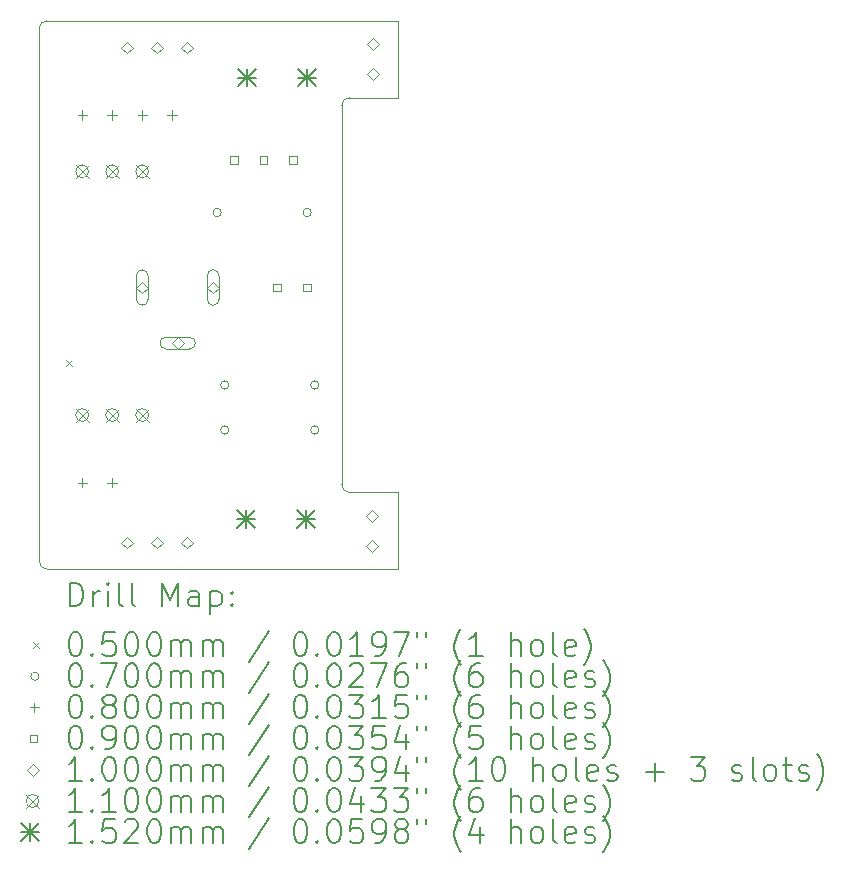
<source format=gbr>
%TF.GenerationSoftware,KiCad,Pcbnew,8.0.4*%
%TF.CreationDate,2024-10-15T16:01:28+03:00*%
%TF.ProjectId,projecsts,70726f6a-6563-4737-9473-2e6b69636164,rev?*%
%TF.SameCoordinates,Original*%
%TF.FileFunction,Drillmap*%
%TF.FilePolarity,Positive*%
%FSLAX45Y45*%
G04 Gerber Fmt 4.5, Leading zero omitted, Abs format (unit mm)*
G04 Created by KiCad (PCBNEW 8.0.4) date 2024-10-15 16:01:28*
%MOMM*%
%LPD*%
G01*
G04 APERTURE LIST*
%ADD10C,0.050000*%
%ADD11C,0.200000*%
%ADD12C,0.100000*%
%ADD13C,0.110000*%
%ADD14C,0.152000*%
G04 APERTURE END LIST*
D10*
X14833600Y-5760720D02*
G75*
G02*
X14899640Y-5694680I66040J0D01*
G01*
X14899640Y-9037320D02*
G75*
G02*
X14833600Y-8971280I0J66040D01*
G01*
X12339320Y-9687560D02*
G75*
G02*
X12273280Y-9621520I0J66040D01*
G01*
X12273280Y-5105400D02*
G75*
G02*
X12334240Y-5044440I60960J0D01*
G01*
X15311120Y-5694680D02*
X15311120Y-5044440D01*
X14899640Y-5694680D02*
X15311120Y-5694680D01*
X15311120Y-9037320D02*
X14899640Y-9037320D01*
X15311120Y-9687560D02*
X15311120Y-9037320D01*
X12339320Y-9687560D02*
X15311120Y-9687560D01*
X12273280Y-5105400D02*
X12273280Y-9621520D01*
X15311120Y-5044440D02*
X12334240Y-5044440D01*
X14833600Y-5760720D02*
X14833600Y-8971280D01*
D11*
D12*
X12502280Y-7920120D02*
X12552280Y-7970120D01*
X12552280Y-7920120D02*
X12502280Y-7970120D01*
X13814500Y-6667500D02*
G75*
G02*
X13744500Y-6667500I-35000J0D01*
G01*
X13744500Y-6667500D02*
G75*
G02*
X13814500Y-6667500I35000J0D01*
G01*
X13878000Y-8128000D02*
G75*
G02*
X13808000Y-8128000I-35000J0D01*
G01*
X13808000Y-8128000D02*
G75*
G02*
X13878000Y-8128000I35000J0D01*
G01*
X13878000Y-8509000D02*
G75*
G02*
X13808000Y-8509000I-35000J0D01*
G01*
X13808000Y-8509000D02*
G75*
G02*
X13878000Y-8509000I35000J0D01*
G01*
X14576500Y-6667500D02*
G75*
G02*
X14506500Y-6667500I-35000J0D01*
G01*
X14506500Y-6667500D02*
G75*
G02*
X14576500Y-6667500I35000J0D01*
G01*
X14640000Y-8128000D02*
G75*
G02*
X14570000Y-8128000I-35000J0D01*
G01*
X14570000Y-8128000D02*
G75*
G02*
X14640000Y-8128000I35000J0D01*
G01*
X14640000Y-8509000D02*
G75*
G02*
X14570000Y-8509000I-35000J0D01*
G01*
X14570000Y-8509000D02*
G75*
G02*
X14640000Y-8509000I35000J0D01*
G01*
X12638500Y-5802000D02*
X12638500Y-5882000D01*
X12598500Y-5842000D02*
X12678500Y-5842000D01*
X12638500Y-8913500D02*
X12638500Y-8993500D01*
X12598500Y-8953500D02*
X12678500Y-8953500D01*
X12888500Y-5802000D02*
X12888500Y-5882000D01*
X12848500Y-5842000D02*
X12928500Y-5842000D01*
X12888500Y-8913500D02*
X12888500Y-8993500D01*
X12848500Y-8953500D02*
X12928500Y-8953500D01*
X13146500Y-5802000D02*
X13146500Y-5882000D01*
X13106500Y-5842000D02*
X13186500Y-5842000D01*
X13396500Y-5802000D02*
X13396500Y-5882000D01*
X13356500Y-5842000D02*
X13436500Y-5842000D01*
X13954320Y-6254820D02*
X13954320Y-6191180D01*
X13890680Y-6191180D01*
X13890680Y-6254820D01*
X13954320Y-6254820D01*
X14204320Y-6254820D02*
X14204320Y-6191180D01*
X14140680Y-6191180D01*
X14140680Y-6254820D01*
X14204320Y-6254820D01*
X14319320Y-7334320D02*
X14319320Y-7270680D01*
X14255680Y-7270680D01*
X14255680Y-7334320D01*
X14319320Y-7334320D01*
X14454320Y-6254820D02*
X14454320Y-6191180D01*
X14390680Y-6191180D01*
X14390680Y-6254820D01*
X14454320Y-6254820D01*
X14573320Y-7334320D02*
X14573320Y-7270680D01*
X14509680Y-7270680D01*
X14509680Y-7334320D01*
X14573320Y-7334320D01*
X13017500Y-5320500D02*
X13067500Y-5270500D01*
X13017500Y-5220500D01*
X12967500Y-5270500D01*
X13017500Y-5320500D01*
X13017500Y-9511500D02*
X13067500Y-9461500D01*
X13017500Y-9411500D01*
X12967500Y-9461500D01*
X13017500Y-9511500D01*
X13144500Y-7352500D02*
X13194500Y-7302500D01*
X13144500Y-7252500D01*
X13094500Y-7302500D01*
X13144500Y-7352500D01*
X13094500Y-7202500D02*
X13094500Y-7402500D01*
X13194500Y-7402500D02*
G75*
G02*
X13094500Y-7402500I-50000J0D01*
G01*
X13194500Y-7402500D02*
X13194500Y-7202500D01*
X13194500Y-7202500D02*
G75*
G03*
X13094500Y-7202500I-50000J0D01*
G01*
X13271500Y-5320500D02*
X13321500Y-5270500D01*
X13271500Y-5220500D01*
X13221500Y-5270500D01*
X13271500Y-5320500D01*
X13271500Y-9511500D02*
X13321500Y-9461500D01*
X13271500Y-9411500D01*
X13221500Y-9461500D01*
X13271500Y-9511500D01*
X13444500Y-7822500D02*
X13494500Y-7772500D01*
X13444500Y-7722500D01*
X13394500Y-7772500D01*
X13444500Y-7822500D01*
X13344500Y-7822500D02*
X13544500Y-7822500D01*
X13544500Y-7722500D02*
G75*
G02*
X13544500Y-7822500I0J-50000D01*
G01*
X13544500Y-7722500D02*
X13344500Y-7722500D01*
X13344500Y-7722500D02*
G75*
G03*
X13344500Y-7822500I0J-50000D01*
G01*
X13525500Y-5320500D02*
X13575500Y-5270500D01*
X13525500Y-5220500D01*
X13475500Y-5270500D01*
X13525500Y-5320500D01*
X13525500Y-9511500D02*
X13575500Y-9461500D01*
X13525500Y-9411500D01*
X13475500Y-9461500D01*
X13525500Y-9511500D01*
X13744500Y-7352500D02*
X13794500Y-7302500D01*
X13744500Y-7252500D01*
X13694500Y-7302500D01*
X13744500Y-7352500D01*
X13694500Y-7202500D02*
X13694500Y-7402500D01*
X13794500Y-7402500D02*
G75*
G02*
X13694500Y-7402500I-50000J0D01*
G01*
X13794500Y-7402500D02*
X13794500Y-7202500D01*
X13794500Y-7202500D02*
G75*
G03*
X13694500Y-7202500I-50000J0D01*
G01*
X15093375Y-9287374D02*
X15143375Y-9237374D01*
X15093375Y-9187374D01*
X15043375Y-9237374D01*
X15093375Y-9287374D01*
X15093375Y-9541374D02*
X15143375Y-9491374D01*
X15093375Y-9441374D01*
X15043375Y-9491374D01*
X15093375Y-9541374D01*
X15098984Y-5291525D02*
X15148984Y-5241525D01*
X15098984Y-5191525D01*
X15048984Y-5241525D01*
X15098984Y-5291525D01*
X15098984Y-5545525D02*
X15148984Y-5495525D01*
X15098984Y-5445525D01*
X15048984Y-5495525D01*
X15098984Y-5545525D01*
D13*
X12581500Y-6264000D02*
X12691500Y-6374000D01*
X12691500Y-6264000D02*
X12581500Y-6374000D01*
X12691500Y-6319000D02*
G75*
G02*
X12581500Y-6319000I-55000J0D01*
G01*
X12581500Y-6319000D02*
G75*
G02*
X12691500Y-6319000I55000J0D01*
G01*
X12581500Y-8327000D02*
X12691500Y-8437000D01*
X12691500Y-8327000D02*
X12581500Y-8437000D01*
X12691500Y-8382000D02*
G75*
G02*
X12581500Y-8382000I-55000J0D01*
G01*
X12581500Y-8382000D02*
G75*
G02*
X12691500Y-8382000I55000J0D01*
G01*
X12835500Y-6264000D02*
X12945500Y-6374000D01*
X12945500Y-6264000D02*
X12835500Y-6374000D01*
X12945500Y-6319000D02*
G75*
G02*
X12835500Y-6319000I-55000J0D01*
G01*
X12835500Y-6319000D02*
G75*
G02*
X12945500Y-6319000I55000J0D01*
G01*
X12835500Y-8327000D02*
X12945500Y-8437000D01*
X12945500Y-8327000D02*
X12835500Y-8437000D01*
X12945500Y-8382000D02*
G75*
G02*
X12835500Y-8382000I-55000J0D01*
G01*
X12835500Y-8382000D02*
G75*
G02*
X12945500Y-8382000I55000J0D01*
G01*
X13089500Y-6264000D02*
X13199500Y-6374000D01*
X13199500Y-6264000D02*
X13089500Y-6374000D01*
X13199500Y-6319000D02*
G75*
G02*
X13089500Y-6319000I-55000J0D01*
G01*
X13089500Y-6319000D02*
G75*
G02*
X13199500Y-6319000I55000J0D01*
G01*
X13089500Y-8327000D02*
X13199500Y-8437000D01*
X13199500Y-8327000D02*
X13089500Y-8437000D01*
X13199500Y-8382000D02*
G75*
G02*
X13089500Y-8382000I-55000J0D01*
G01*
X13089500Y-8382000D02*
G75*
G02*
X13199500Y-8382000I55000J0D01*
G01*
D14*
X13946935Y-9186001D02*
X14098935Y-9338001D01*
X14098935Y-9186001D02*
X13946935Y-9338001D01*
X14022935Y-9186001D02*
X14022935Y-9338001D01*
X13946935Y-9262001D02*
X14098935Y-9262001D01*
X13957500Y-5448500D02*
X14109500Y-5600500D01*
X14109500Y-5448500D02*
X13957500Y-5600500D01*
X14033500Y-5448500D02*
X14033500Y-5600500D01*
X13957500Y-5524500D02*
X14109500Y-5524500D01*
X14454935Y-9186001D02*
X14606935Y-9338001D01*
X14606935Y-9186001D02*
X14454935Y-9338001D01*
X14530935Y-9186001D02*
X14530935Y-9338001D01*
X14454935Y-9262001D02*
X14606935Y-9262001D01*
X14465500Y-5448500D02*
X14617500Y-5600500D01*
X14617500Y-5448500D02*
X14465500Y-5600500D01*
X14541500Y-5448500D02*
X14541500Y-5600500D01*
X14465500Y-5524500D02*
X14617500Y-5524500D01*
D11*
X12531557Y-10001544D02*
X12531557Y-9801544D01*
X12531557Y-9801544D02*
X12579176Y-9801544D01*
X12579176Y-9801544D02*
X12607747Y-9811068D01*
X12607747Y-9811068D02*
X12626795Y-9830115D01*
X12626795Y-9830115D02*
X12636319Y-9849163D01*
X12636319Y-9849163D02*
X12645842Y-9887258D01*
X12645842Y-9887258D02*
X12645842Y-9915830D01*
X12645842Y-9915830D02*
X12636319Y-9953925D01*
X12636319Y-9953925D02*
X12626795Y-9972972D01*
X12626795Y-9972972D02*
X12607747Y-9992020D01*
X12607747Y-9992020D02*
X12579176Y-10001544D01*
X12579176Y-10001544D02*
X12531557Y-10001544D01*
X12731557Y-10001544D02*
X12731557Y-9868210D01*
X12731557Y-9906306D02*
X12741081Y-9887258D01*
X12741081Y-9887258D02*
X12750604Y-9877734D01*
X12750604Y-9877734D02*
X12769652Y-9868210D01*
X12769652Y-9868210D02*
X12788700Y-9868210D01*
X12855366Y-10001544D02*
X12855366Y-9868210D01*
X12855366Y-9801544D02*
X12845842Y-9811068D01*
X12845842Y-9811068D02*
X12855366Y-9820591D01*
X12855366Y-9820591D02*
X12864890Y-9811068D01*
X12864890Y-9811068D02*
X12855366Y-9801544D01*
X12855366Y-9801544D02*
X12855366Y-9820591D01*
X12979176Y-10001544D02*
X12960128Y-9992020D01*
X12960128Y-9992020D02*
X12950604Y-9972972D01*
X12950604Y-9972972D02*
X12950604Y-9801544D01*
X13083938Y-10001544D02*
X13064890Y-9992020D01*
X13064890Y-9992020D02*
X13055366Y-9972972D01*
X13055366Y-9972972D02*
X13055366Y-9801544D01*
X13312509Y-10001544D02*
X13312509Y-9801544D01*
X13312509Y-9801544D02*
X13379176Y-9944401D01*
X13379176Y-9944401D02*
X13445842Y-9801544D01*
X13445842Y-9801544D02*
X13445842Y-10001544D01*
X13626795Y-10001544D02*
X13626795Y-9896782D01*
X13626795Y-9896782D02*
X13617271Y-9877734D01*
X13617271Y-9877734D02*
X13598223Y-9868210D01*
X13598223Y-9868210D02*
X13560128Y-9868210D01*
X13560128Y-9868210D02*
X13541081Y-9877734D01*
X13626795Y-9992020D02*
X13607747Y-10001544D01*
X13607747Y-10001544D02*
X13560128Y-10001544D01*
X13560128Y-10001544D02*
X13541081Y-9992020D01*
X13541081Y-9992020D02*
X13531557Y-9972972D01*
X13531557Y-9972972D02*
X13531557Y-9953925D01*
X13531557Y-9953925D02*
X13541081Y-9934877D01*
X13541081Y-9934877D02*
X13560128Y-9925353D01*
X13560128Y-9925353D02*
X13607747Y-9925353D01*
X13607747Y-9925353D02*
X13626795Y-9915830D01*
X13722033Y-9868210D02*
X13722033Y-10068210D01*
X13722033Y-9877734D02*
X13741081Y-9868210D01*
X13741081Y-9868210D02*
X13779176Y-9868210D01*
X13779176Y-9868210D02*
X13798223Y-9877734D01*
X13798223Y-9877734D02*
X13807747Y-9887258D01*
X13807747Y-9887258D02*
X13817271Y-9906306D01*
X13817271Y-9906306D02*
X13817271Y-9963449D01*
X13817271Y-9963449D02*
X13807747Y-9982496D01*
X13807747Y-9982496D02*
X13798223Y-9992020D01*
X13798223Y-9992020D02*
X13779176Y-10001544D01*
X13779176Y-10001544D02*
X13741081Y-10001544D01*
X13741081Y-10001544D02*
X13722033Y-9992020D01*
X13902985Y-9982496D02*
X13912509Y-9992020D01*
X13912509Y-9992020D02*
X13902985Y-10001544D01*
X13902985Y-10001544D02*
X13893462Y-9992020D01*
X13893462Y-9992020D02*
X13902985Y-9982496D01*
X13902985Y-9982496D02*
X13902985Y-10001544D01*
X13902985Y-9877734D02*
X13912509Y-9887258D01*
X13912509Y-9887258D02*
X13902985Y-9896782D01*
X13902985Y-9896782D02*
X13893462Y-9887258D01*
X13893462Y-9887258D02*
X13902985Y-9877734D01*
X13902985Y-9877734D02*
X13902985Y-9896782D01*
D12*
X12220780Y-10305060D02*
X12270780Y-10355060D01*
X12270780Y-10305060D02*
X12220780Y-10355060D01*
D11*
X12569652Y-10221544D02*
X12588700Y-10221544D01*
X12588700Y-10221544D02*
X12607747Y-10231068D01*
X12607747Y-10231068D02*
X12617271Y-10240591D01*
X12617271Y-10240591D02*
X12626795Y-10259639D01*
X12626795Y-10259639D02*
X12636319Y-10297734D01*
X12636319Y-10297734D02*
X12636319Y-10345353D01*
X12636319Y-10345353D02*
X12626795Y-10383449D01*
X12626795Y-10383449D02*
X12617271Y-10402496D01*
X12617271Y-10402496D02*
X12607747Y-10412020D01*
X12607747Y-10412020D02*
X12588700Y-10421544D01*
X12588700Y-10421544D02*
X12569652Y-10421544D01*
X12569652Y-10421544D02*
X12550604Y-10412020D01*
X12550604Y-10412020D02*
X12541081Y-10402496D01*
X12541081Y-10402496D02*
X12531557Y-10383449D01*
X12531557Y-10383449D02*
X12522033Y-10345353D01*
X12522033Y-10345353D02*
X12522033Y-10297734D01*
X12522033Y-10297734D02*
X12531557Y-10259639D01*
X12531557Y-10259639D02*
X12541081Y-10240591D01*
X12541081Y-10240591D02*
X12550604Y-10231068D01*
X12550604Y-10231068D02*
X12569652Y-10221544D01*
X12722033Y-10402496D02*
X12731557Y-10412020D01*
X12731557Y-10412020D02*
X12722033Y-10421544D01*
X12722033Y-10421544D02*
X12712509Y-10412020D01*
X12712509Y-10412020D02*
X12722033Y-10402496D01*
X12722033Y-10402496D02*
X12722033Y-10421544D01*
X12912509Y-10221544D02*
X12817271Y-10221544D01*
X12817271Y-10221544D02*
X12807747Y-10316782D01*
X12807747Y-10316782D02*
X12817271Y-10307258D01*
X12817271Y-10307258D02*
X12836319Y-10297734D01*
X12836319Y-10297734D02*
X12883938Y-10297734D01*
X12883938Y-10297734D02*
X12902985Y-10307258D01*
X12902985Y-10307258D02*
X12912509Y-10316782D01*
X12912509Y-10316782D02*
X12922033Y-10335830D01*
X12922033Y-10335830D02*
X12922033Y-10383449D01*
X12922033Y-10383449D02*
X12912509Y-10402496D01*
X12912509Y-10402496D02*
X12902985Y-10412020D01*
X12902985Y-10412020D02*
X12883938Y-10421544D01*
X12883938Y-10421544D02*
X12836319Y-10421544D01*
X12836319Y-10421544D02*
X12817271Y-10412020D01*
X12817271Y-10412020D02*
X12807747Y-10402496D01*
X13045842Y-10221544D02*
X13064890Y-10221544D01*
X13064890Y-10221544D02*
X13083938Y-10231068D01*
X13083938Y-10231068D02*
X13093462Y-10240591D01*
X13093462Y-10240591D02*
X13102985Y-10259639D01*
X13102985Y-10259639D02*
X13112509Y-10297734D01*
X13112509Y-10297734D02*
X13112509Y-10345353D01*
X13112509Y-10345353D02*
X13102985Y-10383449D01*
X13102985Y-10383449D02*
X13093462Y-10402496D01*
X13093462Y-10402496D02*
X13083938Y-10412020D01*
X13083938Y-10412020D02*
X13064890Y-10421544D01*
X13064890Y-10421544D02*
X13045842Y-10421544D01*
X13045842Y-10421544D02*
X13026795Y-10412020D01*
X13026795Y-10412020D02*
X13017271Y-10402496D01*
X13017271Y-10402496D02*
X13007747Y-10383449D01*
X13007747Y-10383449D02*
X12998223Y-10345353D01*
X12998223Y-10345353D02*
X12998223Y-10297734D01*
X12998223Y-10297734D02*
X13007747Y-10259639D01*
X13007747Y-10259639D02*
X13017271Y-10240591D01*
X13017271Y-10240591D02*
X13026795Y-10231068D01*
X13026795Y-10231068D02*
X13045842Y-10221544D01*
X13236319Y-10221544D02*
X13255366Y-10221544D01*
X13255366Y-10221544D02*
X13274414Y-10231068D01*
X13274414Y-10231068D02*
X13283938Y-10240591D01*
X13283938Y-10240591D02*
X13293462Y-10259639D01*
X13293462Y-10259639D02*
X13302985Y-10297734D01*
X13302985Y-10297734D02*
X13302985Y-10345353D01*
X13302985Y-10345353D02*
X13293462Y-10383449D01*
X13293462Y-10383449D02*
X13283938Y-10402496D01*
X13283938Y-10402496D02*
X13274414Y-10412020D01*
X13274414Y-10412020D02*
X13255366Y-10421544D01*
X13255366Y-10421544D02*
X13236319Y-10421544D01*
X13236319Y-10421544D02*
X13217271Y-10412020D01*
X13217271Y-10412020D02*
X13207747Y-10402496D01*
X13207747Y-10402496D02*
X13198223Y-10383449D01*
X13198223Y-10383449D02*
X13188700Y-10345353D01*
X13188700Y-10345353D02*
X13188700Y-10297734D01*
X13188700Y-10297734D02*
X13198223Y-10259639D01*
X13198223Y-10259639D02*
X13207747Y-10240591D01*
X13207747Y-10240591D02*
X13217271Y-10231068D01*
X13217271Y-10231068D02*
X13236319Y-10221544D01*
X13388700Y-10421544D02*
X13388700Y-10288210D01*
X13388700Y-10307258D02*
X13398223Y-10297734D01*
X13398223Y-10297734D02*
X13417271Y-10288210D01*
X13417271Y-10288210D02*
X13445843Y-10288210D01*
X13445843Y-10288210D02*
X13464890Y-10297734D01*
X13464890Y-10297734D02*
X13474414Y-10316782D01*
X13474414Y-10316782D02*
X13474414Y-10421544D01*
X13474414Y-10316782D02*
X13483938Y-10297734D01*
X13483938Y-10297734D02*
X13502985Y-10288210D01*
X13502985Y-10288210D02*
X13531557Y-10288210D01*
X13531557Y-10288210D02*
X13550604Y-10297734D01*
X13550604Y-10297734D02*
X13560128Y-10316782D01*
X13560128Y-10316782D02*
X13560128Y-10421544D01*
X13655366Y-10421544D02*
X13655366Y-10288210D01*
X13655366Y-10307258D02*
X13664890Y-10297734D01*
X13664890Y-10297734D02*
X13683938Y-10288210D01*
X13683938Y-10288210D02*
X13712509Y-10288210D01*
X13712509Y-10288210D02*
X13731557Y-10297734D01*
X13731557Y-10297734D02*
X13741081Y-10316782D01*
X13741081Y-10316782D02*
X13741081Y-10421544D01*
X13741081Y-10316782D02*
X13750604Y-10297734D01*
X13750604Y-10297734D02*
X13769652Y-10288210D01*
X13769652Y-10288210D02*
X13798223Y-10288210D01*
X13798223Y-10288210D02*
X13817271Y-10297734D01*
X13817271Y-10297734D02*
X13826795Y-10316782D01*
X13826795Y-10316782D02*
X13826795Y-10421544D01*
X14217271Y-10212020D02*
X14045843Y-10469163D01*
X14474414Y-10221544D02*
X14493462Y-10221544D01*
X14493462Y-10221544D02*
X14512509Y-10231068D01*
X14512509Y-10231068D02*
X14522033Y-10240591D01*
X14522033Y-10240591D02*
X14531557Y-10259639D01*
X14531557Y-10259639D02*
X14541081Y-10297734D01*
X14541081Y-10297734D02*
X14541081Y-10345353D01*
X14541081Y-10345353D02*
X14531557Y-10383449D01*
X14531557Y-10383449D02*
X14522033Y-10402496D01*
X14522033Y-10402496D02*
X14512509Y-10412020D01*
X14512509Y-10412020D02*
X14493462Y-10421544D01*
X14493462Y-10421544D02*
X14474414Y-10421544D01*
X14474414Y-10421544D02*
X14455366Y-10412020D01*
X14455366Y-10412020D02*
X14445843Y-10402496D01*
X14445843Y-10402496D02*
X14436319Y-10383449D01*
X14436319Y-10383449D02*
X14426795Y-10345353D01*
X14426795Y-10345353D02*
X14426795Y-10297734D01*
X14426795Y-10297734D02*
X14436319Y-10259639D01*
X14436319Y-10259639D02*
X14445843Y-10240591D01*
X14445843Y-10240591D02*
X14455366Y-10231068D01*
X14455366Y-10231068D02*
X14474414Y-10221544D01*
X14626795Y-10402496D02*
X14636319Y-10412020D01*
X14636319Y-10412020D02*
X14626795Y-10421544D01*
X14626795Y-10421544D02*
X14617271Y-10412020D01*
X14617271Y-10412020D02*
X14626795Y-10402496D01*
X14626795Y-10402496D02*
X14626795Y-10421544D01*
X14760128Y-10221544D02*
X14779176Y-10221544D01*
X14779176Y-10221544D02*
X14798224Y-10231068D01*
X14798224Y-10231068D02*
X14807747Y-10240591D01*
X14807747Y-10240591D02*
X14817271Y-10259639D01*
X14817271Y-10259639D02*
X14826795Y-10297734D01*
X14826795Y-10297734D02*
X14826795Y-10345353D01*
X14826795Y-10345353D02*
X14817271Y-10383449D01*
X14817271Y-10383449D02*
X14807747Y-10402496D01*
X14807747Y-10402496D02*
X14798224Y-10412020D01*
X14798224Y-10412020D02*
X14779176Y-10421544D01*
X14779176Y-10421544D02*
X14760128Y-10421544D01*
X14760128Y-10421544D02*
X14741081Y-10412020D01*
X14741081Y-10412020D02*
X14731557Y-10402496D01*
X14731557Y-10402496D02*
X14722033Y-10383449D01*
X14722033Y-10383449D02*
X14712509Y-10345353D01*
X14712509Y-10345353D02*
X14712509Y-10297734D01*
X14712509Y-10297734D02*
X14722033Y-10259639D01*
X14722033Y-10259639D02*
X14731557Y-10240591D01*
X14731557Y-10240591D02*
X14741081Y-10231068D01*
X14741081Y-10231068D02*
X14760128Y-10221544D01*
X15017271Y-10421544D02*
X14902986Y-10421544D01*
X14960128Y-10421544D02*
X14960128Y-10221544D01*
X14960128Y-10221544D02*
X14941081Y-10250115D01*
X14941081Y-10250115D02*
X14922033Y-10269163D01*
X14922033Y-10269163D02*
X14902986Y-10278687D01*
X15112509Y-10421544D02*
X15150605Y-10421544D01*
X15150605Y-10421544D02*
X15169652Y-10412020D01*
X15169652Y-10412020D02*
X15179176Y-10402496D01*
X15179176Y-10402496D02*
X15198224Y-10373925D01*
X15198224Y-10373925D02*
X15207747Y-10335830D01*
X15207747Y-10335830D02*
X15207747Y-10259639D01*
X15207747Y-10259639D02*
X15198224Y-10240591D01*
X15198224Y-10240591D02*
X15188700Y-10231068D01*
X15188700Y-10231068D02*
X15169652Y-10221544D01*
X15169652Y-10221544D02*
X15131557Y-10221544D01*
X15131557Y-10221544D02*
X15112509Y-10231068D01*
X15112509Y-10231068D02*
X15102986Y-10240591D01*
X15102986Y-10240591D02*
X15093462Y-10259639D01*
X15093462Y-10259639D02*
X15093462Y-10307258D01*
X15093462Y-10307258D02*
X15102986Y-10326306D01*
X15102986Y-10326306D02*
X15112509Y-10335830D01*
X15112509Y-10335830D02*
X15131557Y-10345353D01*
X15131557Y-10345353D02*
X15169652Y-10345353D01*
X15169652Y-10345353D02*
X15188700Y-10335830D01*
X15188700Y-10335830D02*
X15198224Y-10326306D01*
X15198224Y-10326306D02*
X15207747Y-10307258D01*
X15274414Y-10221544D02*
X15407747Y-10221544D01*
X15407747Y-10221544D02*
X15322033Y-10421544D01*
X15474414Y-10221544D02*
X15474414Y-10259639D01*
X15550605Y-10221544D02*
X15550605Y-10259639D01*
X15845843Y-10497734D02*
X15836319Y-10488210D01*
X15836319Y-10488210D02*
X15817271Y-10459639D01*
X15817271Y-10459639D02*
X15807748Y-10440591D01*
X15807748Y-10440591D02*
X15798224Y-10412020D01*
X15798224Y-10412020D02*
X15788700Y-10364401D01*
X15788700Y-10364401D02*
X15788700Y-10326306D01*
X15788700Y-10326306D02*
X15798224Y-10278687D01*
X15798224Y-10278687D02*
X15807748Y-10250115D01*
X15807748Y-10250115D02*
X15817271Y-10231068D01*
X15817271Y-10231068D02*
X15836319Y-10202496D01*
X15836319Y-10202496D02*
X15845843Y-10192972D01*
X16026795Y-10421544D02*
X15912509Y-10421544D01*
X15969652Y-10421544D02*
X15969652Y-10221544D01*
X15969652Y-10221544D02*
X15950605Y-10250115D01*
X15950605Y-10250115D02*
X15931557Y-10269163D01*
X15931557Y-10269163D02*
X15912509Y-10278687D01*
X16264890Y-10421544D02*
X16264890Y-10221544D01*
X16350605Y-10421544D02*
X16350605Y-10316782D01*
X16350605Y-10316782D02*
X16341081Y-10297734D01*
X16341081Y-10297734D02*
X16322033Y-10288210D01*
X16322033Y-10288210D02*
X16293462Y-10288210D01*
X16293462Y-10288210D02*
X16274414Y-10297734D01*
X16274414Y-10297734D02*
X16264890Y-10307258D01*
X16474414Y-10421544D02*
X16455367Y-10412020D01*
X16455367Y-10412020D02*
X16445843Y-10402496D01*
X16445843Y-10402496D02*
X16436319Y-10383449D01*
X16436319Y-10383449D02*
X16436319Y-10326306D01*
X16436319Y-10326306D02*
X16445843Y-10307258D01*
X16445843Y-10307258D02*
X16455367Y-10297734D01*
X16455367Y-10297734D02*
X16474414Y-10288210D01*
X16474414Y-10288210D02*
X16502986Y-10288210D01*
X16502986Y-10288210D02*
X16522033Y-10297734D01*
X16522033Y-10297734D02*
X16531557Y-10307258D01*
X16531557Y-10307258D02*
X16541081Y-10326306D01*
X16541081Y-10326306D02*
X16541081Y-10383449D01*
X16541081Y-10383449D02*
X16531557Y-10402496D01*
X16531557Y-10402496D02*
X16522033Y-10412020D01*
X16522033Y-10412020D02*
X16502986Y-10421544D01*
X16502986Y-10421544D02*
X16474414Y-10421544D01*
X16655367Y-10421544D02*
X16636319Y-10412020D01*
X16636319Y-10412020D02*
X16626795Y-10392972D01*
X16626795Y-10392972D02*
X16626795Y-10221544D01*
X16807748Y-10412020D02*
X16788700Y-10421544D01*
X16788700Y-10421544D02*
X16750605Y-10421544D01*
X16750605Y-10421544D02*
X16731557Y-10412020D01*
X16731557Y-10412020D02*
X16722033Y-10392972D01*
X16722033Y-10392972D02*
X16722033Y-10316782D01*
X16722033Y-10316782D02*
X16731557Y-10297734D01*
X16731557Y-10297734D02*
X16750605Y-10288210D01*
X16750605Y-10288210D02*
X16788700Y-10288210D01*
X16788700Y-10288210D02*
X16807748Y-10297734D01*
X16807748Y-10297734D02*
X16817272Y-10316782D01*
X16817272Y-10316782D02*
X16817272Y-10335830D01*
X16817272Y-10335830D02*
X16722033Y-10354877D01*
X16883938Y-10497734D02*
X16893462Y-10488210D01*
X16893462Y-10488210D02*
X16912510Y-10459639D01*
X16912510Y-10459639D02*
X16922033Y-10440591D01*
X16922033Y-10440591D02*
X16931557Y-10412020D01*
X16931557Y-10412020D02*
X16941081Y-10364401D01*
X16941081Y-10364401D02*
X16941081Y-10326306D01*
X16941081Y-10326306D02*
X16931557Y-10278687D01*
X16931557Y-10278687D02*
X16922033Y-10250115D01*
X16922033Y-10250115D02*
X16912510Y-10231068D01*
X16912510Y-10231068D02*
X16893462Y-10202496D01*
X16893462Y-10202496D02*
X16883938Y-10192972D01*
D12*
X12270780Y-10594060D02*
G75*
G02*
X12200780Y-10594060I-35000J0D01*
G01*
X12200780Y-10594060D02*
G75*
G02*
X12270780Y-10594060I35000J0D01*
G01*
D11*
X12569652Y-10485544D02*
X12588700Y-10485544D01*
X12588700Y-10485544D02*
X12607747Y-10495068D01*
X12607747Y-10495068D02*
X12617271Y-10504591D01*
X12617271Y-10504591D02*
X12626795Y-10523639D01*
X12626795Y-10523639D02*
X12636319Y-10561734D01*
X12636319Y-10561734D02*
X12636319Y-10609353D01*
X12636319Y-10609353D02*
X12626795Y-10647449D01*
X12626795Y-10647449D02*
X12617271Y-10666496D01*
X12617271Y-10666496D02*
X12607747Y-10676020D01*
X12607747Y-10676020D02*
X12588700Y-10685544D01*
X12588700Y-10685544D02*
X12569652Y-10685544D01*
X12569652Y-10685544D02*
X12550604Y-10676020D01*
X12550604Y-10676020D02*
X12541081Y-10666496D01*
X12541081Y-10666496D02*
X12531557Y-10647449D01*
X12531557Y-10647449D02*
X12522033Y-10609353D01*
X12522033Y-10609353D02*
X12522033Y-10561734D01*
X12522033Y-10561734D02*
X12531557Y-10523639D01*
X12531557Y-10523639D02*
X12541081Y-10504591D01*
X12541081Y-10504591D02*
X12550604Y-10495068D01*
X12550604Y-10495068D02*
X12569652Y-10485544D01*
X12722033Y-10666496D02*
X12731557Y-10676020D01*
X12731557Y-10676020D02*
X12722033Y-10685544D01*
X12722033Y-10685544D02*
X12712509Y-10676020D01*
X12712509Y-10676020D02*
X12722033Y-10666496D01*
X12722033Y-10666496D02*
X12722033Y-10685544D01*
X12798223Y-10485544D02*
X12931557Y-10485544D01*
X12931557Y-10485544D02*
X12845842Y-10685544D01*
X13045842Y-10485544D02*
X13064890Y-10485544D01*
X13064890Y-10485544D02*
X13083938Y-10495068D01*
X13083938Y-10495068D02*
X13093462Y-10504591D01*
X13093462Y-10504591D02*
X13102985Y-10523639D01*
X13102985Y-10523639D02*
X13112509Y-10561734D01*
X13112509Y-10561734D02*
X13112509Y-10609353D01*
X13112509Y-10609353D02*
X13102985Y-10647449D01*
X13102985Y-10647449D02*
X13093462Y-10666496D01*
X13093462Y-10666496D02*
X13083938Y-10676020D01*
X13083938Y-10676020D02*
X13064890Y-10685544D01*
X13064890Y-10685544D02*
X13045842Y-10685544D01*
X13045842Y-10685544D02*
X13026795Y-10676020D01*
X13026795Y-10676020D02*
X13017271Y-10666496D01*
X13017271Y-10666496D02*
X13007747Y-10647449D01*
X13007747Y-10647449D02*
X12998223Y-10609353D01*
X12998223Y-10609353D02*
X12998223Y-10561734D01*
X12998223Y-10561734D02*
X13007747Y-10523639D01*
X13007747Y-10523639D02*
X13017271Y-10504591D01*
X13017271Y-10504591D02*
X13026795Y-10495068D01*
X13026795Y-10495068D02*
X13045842Y-10485544D01*
X13236319Y-10485544D02*
X13255366Y-10485544D01*
X13255366Y-10485544D02*
X13274414Y-10495068D01*
X13274414Y-10495068D02*
X13283938Y-10504591D01*
X13283938Y-10504591D02*
X13293462Y-10523639D01*
X13293462Y-10523639D02*
X13302985Y-10561734D01*
X13302985Y-10561734D02*
X13302985Y-10609353D01*
X13302985Y-10609353D02*
X13293462Y-10647449D01*
X13293462Y-10647449D02*
X13283938Y-10666496D01*
X13283938Y-10666496D02*
X13274414Y-10676020D01*
X13274414Y-10676020D02*
X13255366Y-10685544D01*
X13255366Y-10685544D02*
X13236319Y-10685544D01*
X13236319Y-10685544D02*
X13217271Y-10676020D01*
X13217271Y-10676020D02*
X13207747Y-10666496D01*
X13207747Y-10666496D02*
X13198223Y-10647449D01*
X13198223Y-10647449D02*
X13188700Y-10609353D01*
X13188700Y-10609353D02*
X13188700Y-10561734D01*
X13188700Y-10561734D02*
X13198223Y-10523639D01*
X13198223Y-10523639D02*
X13207747Y-10504591D01*
X13207747Y-10504591D02*
X13217271Y-10495068D01*
X13217271Y-10495068D02*
X13236319Y-10485544D01*
X13388700Y-10685544D02*
X13388700Y-10552210D01*
X13388700Y-10571258D02*
X13398223Y-10561734D01*
X13398223Y-10561734D02*
X13417271Y-10552210D01*
X13417271Y-10552210D02*
X13445843Y-10552210D01*
X13445843Y-10552210D02*
X13464890Y-10561734D01*
X13464890Y-10561734D02*
X13474414Y-10580782D01*
X13474414Y-10580782D02*
X13474414Y-10685544D01*
X13474414Y-10580782D02*
X13483938Y-10561734D01*
X13483938Y-10561734D02*
X13502985Y-10552210D01*
X13502985Y-10552210D02*
X13531557Y-10552210D01*
X13531557Y-10552210D02*
X13550604Y-10561734D01*
X13550604Y-10561734D02*
X13560128Y-10580782D01*
X13560128Y-10580782D02*
X13560128Y-10685544D01*
X13655366Y-10685544D02*
X13655366Y-10552210D01*
X13655366Y-10571258D02*
X13664890Y-10561734D01*
X13664890Y-10561734D02*
X13683938Y-10552210D01*
X13683938Y-10552210D02*
X13712509Y-10552210D01*
X13712509Y-10552210D02*
X13731557Y-10561734D01*
X13731557Y-10561734D02*
X13741081Y-10580782D01*
X13741081Y-10580782D02*
X13741081Y-10685544D01*
X13741081Y-10580782D02*
X13750604Y-10561734D01*
X13750604Y-10561734D02*
X13769652Y-10552210D01*
X13769652Y-10552210D02*
X13798223Y-10552210D01*
X13798223Y-10552210D02*
X13817271Y-10561734D01*
X13817271Y-10561734D02*
X13826795Y-10580782D01*
X13826795Y-10580782D02*
X13826795Y-10685544D01*
X14217271Y-10476020D02*
X14045843Y-10733163D01*
X14474414Y-10485544D02*
X14493462Y-10485544D01*
X14493462Y-10485544D02*
X14512509Y-10495068D01*
X14512509Y-10495068D02*
X14522033Y-10504591D01*
X14522033Y-10504591D02*
X14531557Y-10523639D01*
X14531557Y-10523639D02*
X14541081Y-10561734D01*
X14541081Y-10561734D02*
X14541081Y-10609353D01*
X14541081Y-10609353D02*
X14531557Y-10647449D01*
X14531557Y-10647449D02*
X14522033Y-10666496D01*
X14522033Y-10666496D02*
X14512509Y-10676020D01*
X14512509Y-10676020D02*
X14493462Y-10685544D01*
X14493462Y-10685544D02*
X14474414Y-10685544D01*
X14474414Y-10685544D02*
X14455366Y-10676020D01*
X14455366Y-10676020D02*
X14445843Y-10666496D01*
X14445843Y-10666496D02*
X14436319Y-10647449D01*
X14436319Y-10647449D02*
X14426795Y-10609353D01*
X14426795Y-10609353D02*
X14426795Y-10561734D01*
X14426795Y-10561734D02*
X14436319Y-10523639D01*
X14436319Y-10523639D02*
X14445843Y-10504591D01*
X14445843Y-10504591D02*
X14455366Y-10495068D01*
X14455366Y-10495068D02*
X14474414Y-10485544D01*
X14626795Y-10666496D02*
X14636319Y-10676020D01*
X14636319Y-10676020D02*
X14626795Y-10685544D01*
X14626795Y-10685544D02*
X14617271Y-10676020D01*
X14617271Y-10676020D02*
X14626795Y-10666496D01*
X14626795Y-10666496D02*
X14626795Y-10685544D01*
X14760128Y-10485544D02*
X14779176Y-10485544D01*
X14779176Y-10485544D02*
X14798224Y-10495068D01*
X14798224Y-10495068D02*
X14807747Y-10504591D01*
X14807747Y-10504591D02*
X14817271Y-10523639D01*
X14817271Y-10523639D02*
X14826795Y-10561734D01*
X14826795Y-10561734D02*
X14826795Y-10609353D01*
X14826795Y-10609353D02*
X14817271Y-10647449D01*
X14817271Y-10647449D02*
X14807747Y-10666496D01*
X14807747Y-10666496D02*
X14798224Y-10676020D01*
X14798224Y-10676020D02*
X14779176Y-10685544D01*
X14779176Y-10685544D02*
X14760128Y-10685544D01*
X14760128Y-10685544D02*
X14741081Y-10676020D01*
X14741081Y-10676020D02*
X14731557Y-10666496D01*
X14731557Y-10666496D02*
X14722033Y-10647449D01*
X14722033Y-10647449D02*
X14712509Y-10609353D01*
X14712509Y-10609353D02*
X14712509Y-10561734D01*
X14712509Y-10561734D02*
X14722033Y-10523639D01*
X14722033Y-10523639D02*
X14731557Y-10504591D01*
X14731557Y-10504591D02*
X14741081Y-10495068D01*
X14741081Y-10495068D02*
X14760128Y-10485544D01*
X14902986Y-10504591D02*
X14912509Y-10495068D01*
X14912509Y-10495068D02*
X14931557Y-10485544D01*
X14931557Y-10485544D02*
X14979176Y-10485544D01*
X14979176Y-10485544D02*
X14998224Y-10495068D01*
X14998224Y-10495068D02*
X15007747Y-10504591D01*
X15007747Y-10504591D02*
X15017271Y-10523639D01*
X15017271Y-10523639D02*
X15017271Y-10542687D01*
X15017271Y-10542687D02*
X15007747Y-10571258D01*
X15007747Y-10571258D02*
X14893462Y-10685544D01*
X14893462Y-10685544D02*
X15017271Y-10685544D01*
X15083938Y-10485544D02*
X15217271Y-10485544D01*
X15217271Y-10485544D02*
X15131557Y-10685544D01*
X15379176Y-10485544D02*
X15341081Y-10485544D01*
X15341081Y-10485544D02*
X15322033Y-10495068D01*
X15322033Y-10495068D02*
X15312509Y-10504591D01*
X15312509Y-10504591D02*
X15293462Y-10533163D01*
X15293462Y-10533163D02*
X15283938Y-10571258D01*
X15283938Y-10571258D02*
X15283938Y-10647449D01*
X15283938Y-10647449D02*
X15293462Y-10666496D01*
X15293462Y-10666496D02*
X15302986Y-10676020D01*
X15302986Y-10676020D02*
X15322033Y-10685544D01*
X15322033Y-10685544D02*
X15360128Y-10685544D01*
X15360128Y-10685544D02*
X15379176Y-10676020D01*
X15379176Y-10676020D02*
X15388700Y-10666496D01*
X15388700Y-10666496D02*
X15398224Y-10647449D01*
X15398224Y-10647449D02*
X15398224Y-10599830D01*
X15398224Y-10599830D02*
X15388700Y-10580782D01*
X15388700Y-10580782D02*
X15379176Y-10571258D01*
X15379176Y-10571258D02*
X15360128Y-10561734D01*
X15360128Y-10561734D02*
X15322033Y-10561734D01*
X15322033Y-10561734D02*
X15302986Y-10571258D01*
X15302986Y-10571258D02*
X15293462Y-10580782D01*
X15293462Y-10580782D02*
X15283938Y-10599830D01*
X15474414Y-10485544D02*
X15474414Y-10523639D01*
X15550605Y-10485544D02*
X15550605Y-10523639D01*
X15845843Y-10761734D02*
X15836319Y-10752210D01*
X15836319Y-10752210D02*
X15817271Y-10723639D01*
X15817271Y-10723639D02*
X15807748Y-10704591D01*
X15807748Y-10704591D02*
X15798224Y-10676020D01*
X15798224Y-10676020D02*
X15788700Y-10628401D01*
X15788700Y-10628401D02*
X15788700Y-10590306D01*
X15788700Y-10590306D02*
X15798224Y-10542687D01*
X15798224Y-10542687D02*
X15807748Y-10514115D01*
X15807748Y-10514115D02*
X15817271Y-10495068D01*
X15817271Y-10495068D02*
X15836319Y-10466496D01*
X15836319Y-10466496D02*
X15845843Y-10456972D01*
X16007748Y-10485544D02*
X15969652Y-10485544D01*
X15969652Y-10485544D02*
X15950605Y-10495068D01*
X15950605Y-10495068D02*
X15941081Y-10504591D01*
X15941081Y-10504591D02*
X15922033Y-10533163D01*
X15922033Y-10533163D02*
X15912509Y-10571258D01*
X15912509Y-10571258D02*
X15912509Y-10647449D01*
X15912509Y-10647449D02*
X15922033Y-10666496D01*
X15922033Y-10666496D02*
X15931557Y-10676020D01*
X15931557Y-10676020D02*
X15950605Y-10685544D01*
X15950605Y-10685544D02*
X15988700Y-10685544D01*
X15988700Y-10685544D02*
X16007748Y-10676020D01*
X16007748Y-10676020D02*
X16017271Y-10666496D01*
X16017271Y-10666496D02*
X16026795Y-10647449D01*
X16026795Y-10647449D02*
X16026795Y-10599830D01*
X16026795Y-10599830D02*
X16017271Y-10580782D01*
X16017271Y-10580782D02*
X16007748Y-10571258D01*
X16007748Y-10571258D02*
X15988700Y-10561734D01*
X15988700Y-10561734D02*
X15950605Y-10561734D01*
X15950605Y-10561734D02*
X15931557Y-10571258D01*
X15931557Y-10571258D02*
X15922033Y-10580782D01*
X15922033Y-10580782D02*
X15912509Y-10599830D01*
X16264890Y-10685544D02*
X16264890Y-10485544D01*
X16350605Y-10685544D02*
X16350605Y-10580782D01*
X16350605Y-10580782D02*
X16341081Y-10561734D01*
X16341081Y-10561734D02*
X16322033Y-10552210D01*
X16322033Y-10552210D02*
X16293462Y-10552210D01*
X16293462Y-10552210D02*
X16274414Y-10561734D01*
X16274414Y-10561734D02*
X16264890Y-10571258D01*
X16474414Y-10685544D02*
X16455367Y-10676020D01*
X16455367Y-10676020D02*
X16445843Y-10666496D01*
X16445843Y-10666496D02*
X16436319Y-10647449D01*
X16436319Y-10647449D02*
X16436319Y-10590306D01*
X16436319Y-10590306D02*
X16445843Y-10571258D01*
X16445843Y-10571258D02*
X16455367Y-10561734D01*
X16455367Y-10561734D02*
X16474414Y-10552210D01*
X16474414Y-10552210D02*
X16502986Y-10552210D01*
X16502986Y-10552210D02*
X16522033Y-10561734D01*
X16522033Y-10561734D02*
X16531557Y-10571258D01*
X16531557Y-10571258D02*
X16541081Y-10590306D01*
X16541081Y-10590306D02*
X16541081Y-10647449D01*
X16541081Y-10647449D02*
X16531557Y-10666496D01*
X16531557Y-10666496D02*
X16522033Y-10676020D01*
X16522033Y-10676020D02*
X16502986Y-10685544D01*
X16502986Y-10685544D02*
X16474414Y-10685544D01*
X16655367Y-10685544D02*
X16636319Y-10676020D01*
X16636319Y-10676020D02*
X16626795Y-10656972D01*
X16626795Y-10656972D02*
X16626795Y-10485544D01*
X16807748Y-10676020D02*
X16788700Y-10685544D01*
X16788700Y-10685544D02*
X16750605Y-10685544D01*
X16750605Y-10685544D02*
X16731557Y-10676020D01*
X16731557Y-10676020D02*
X16722033Y-10656972D01*
X16722033Y-10656972D02*
X16722033Y-10580782D01*
X16722033Y-10580782D02*
X16731557Y-10561734D01*
X16731557Y-10561734D02*
X16750605Y-10552210D01*
X16750605Y-10552210D02*
X16788700Y-10552210D01*
X16788700Y-10552210D02*
X16807748Y-10561734D01*
X16807748Y-10561734D02*
X16817272Y-10580782D01*
X16817272Y-10580782D02*
X16817272Y-10599830D01*
X16817272Y-10599830D02*
X16722033Y-10618877D01*
X16893462Y-10676020D02*
X16912510Y-10685544D01*
X16912510Y-10685544D02*
X16950605Y-10685544D01*
X16950605Y-10685544D02*
X16969653Y-10676020D01*
X16969653Y-10676020D02*
X16979176Y-10656972D01*
X16979176Y-10656972D02*
X16979176Y-10647449D01*
X16979176Y-10647449D02*
X16969653Y-10628401D01*
X16969653Y-10628401D02*
X16950605Y-10618877D01*
X16950605Y-10618877D02*
X16922033Y-10618877D01*
X16922033Y-10618877D02*
X16902986Y-10609353D01*
X16902986Y-10609353D02*
X16893462Y-10590306D01*
X16893462Y-10590306D02*
X16893462Y-10580782D01*
X16893462Y-10580782D02*
X16902986Y-10561734D01*
X16902986Y-10561734D02*
X16922033Y-10552210D01*
X16922033Y-10552210D02*
X16950605Y-10552210D01*
X16950605Y-10552210D02*
X16969653Y-10561734D01*
X17045843Y-10761734D02*
X17055367Y-10752210D01*
X17055367Y-10752210D02*
X17074414Y-10723639D01*
X17074414Y-10723639D02*
X17083938Y-10704591D01*
X17083938Y-10704591D02*
X17093462Y-10676020D01*
X17093462Y-10676020D02*
X17102986Y-10628401D01*
X17102986Y-10628401D02*
X17102986Y-10590306D01*
X17102986Y-10590306D02*
X17093462Y-10542687D01*
X17093462Y-10542687D02*
X17083938Y-10514115D01*
X17083938Y-10514115D02*
X17074414Y-10495068D01*
X17074414Y-10495068D02*
X17055367Y-10466496D01*
X17055367Y-10466496D02*
X17045843Y-10456972D01*
D12*
X12230780Y-10818060D02*
X12230780Y-10898060D01*
X12190780Y-10858060D02*
X12270780Y-10858060D01*
D11*
X12569652Y-10749544D02*
X12588700Y-10749544D01*
X12588700Y-10749544D02*
X12607747Y-10759068D01*
X12607747Y-10759068D02*
X12617271Y-10768591D01*
X12617271Y-10768591D02*
X12626795Y-10787639D01*
X12626795Y-10787639D02*
X12636319Y-10825734D01*
X12636319Y-10825734D02*
X12636319Y-10873353D01*
X12636319Y-10873353D02*
X12626795Y-10911449D01*
X12626795Y-10911449D02*
X12617271Y-10930496D01*
X12617271Y-10930496D02*
X12607747Y-10940020D01*
X12607747Y-10940020D02*
X12588700Y-10949544D01*
X12588700Y-10949544D02*
X12569652Y-10949544D01*
X12569652Y-10949544D02*
X12550604Y-10940020D01*
X12550604Y-10940020D02*
X12541081Y-10930496D01*
X12541081Y-10930496D02*
X12531557Y-10911449D01*
X12531557Y-10911449D02*
X12522033Y-10873353D01*
X12522033Y-10873353D02*
X12522033Y-10825734D01*
X12522033Y-10825734D02*
X12531557Y-10787639D01*
X12531557Y-10787639D02*
X12541081Y-10768591D01*
X12541081Y-10768591D02*
X12550604Y-10759068D01*
X12550604Y-10759068D02*
X12569652Y-10749544D01*
X12722033Y-10930496D02*
X12731557Y-10940020D01*
X12731557Y-10940020D02*
X12722033Y-10949544D01*
X12722033Y-10949544D02*
X12712509Y-10940020D01*
X12712509Y-10940020D02*
X12722033Y-10930496D01*
X12722033Y-10930496D02*
X12722033Y-10949544D01*
X12845842Y-10835258D02*
X12826795Y-10825734D01*
X12826795Y-10825734D02*
X12817271Y-10816210D01*
X12817271Y-10816210D02*
X12807747Y-10797163D01*
X12807747Y-10797163D02*
X12807747Y-10787639D01*
X12807747Y-10787639D02*
X12817271Y-10768591D01*
X12817271Y-10768591D02*
X12826795Y-10759068D01*
X12826795Y-10759068D02*
X12845842Y-10749544D01*
X12845842Y-10749544D02*
X12883938Y-10749544D01*
X12883938Y-10749544D02*
X12902985Y-10759068D01*
X12902985Y-10759068D02*
X12912509Y-10768591D01*
X12912509Y-10768591D02*
X12922033Y-10787639D01*
X12922033Y-10787639D02*
X12922033Y-10797163D01*
X12922033Y-10797163D02*
X12912509Y-10816210D01*
X12912509Y-10816210D02*
X12902985Y-10825734D01*
X12902985Y-10825734D02*
X12883938Y-10835258D01*
X12883938Y-10835258D02*
X12845842Y-10835258D01*
X12845842Y-10835258D02*
X12826795Y-10844782D01*
X12826795Y-10844782D02*
X12817271Y-10854306D01*
X12817271Y-10854306D02*
X12807747Y-10873353D01*
X12807747Y-10873353D02*
X12807747Y-10911449D01*
X12807747Y-10911449D02*
X12817271Y-10930496D01*
X12817271Y-10930496D02*
X12826795Y-10940020D01*
X12826795Y-10940020D02*
X12845842Y-10949544D01*
X12845842Y-10949544D02*
X12883938Y-10949544D01*
X12883938Y-10949544D02*
X12902985Y-10940020D01*
X12902985Y-10940020D02*
X12912509Y-10930496D01*
X12912509Y-10930496D02*
X12922033Y-10911449D01*
X12922033Y-10911449D02*
X12922033Y-10873353D01*
X12922033Y-10873353D02*
X12912509Y-10854306D01*
X12912509Y-10854306D02*
X12902985Y-10844782D01*
X12902985Y-10844782D02*
X12883938Y-10835258D01*
X13045842Y-10749544D02*
X13064890Y-10749544D01*
X13064890Y-10749544D02*
X13083938Y-10759068D01*
X13083938Y-10759068D02*
X13093462Y-10768591D01*
X13093462Y-10768591D02*
X13102985Y-10787639D01*
X13102985Y-10787639D02*
X13112509Y-10825734D01*
X13112509Y-10825734D02*
X13112509Y-10873353D01*
X13112509Y-10873353D02*
X13102985Y-10911449D01*
X13102985Y-10911449D02*
X13093462Y-10930496D01*
X13093462Y-10930496D02*
X13083938Y-10940020D01*
X13083938Y-10940020D02*
X13064890Y-10949544D01*
X13064890Y-10949544D02*
X13045842Y-10949544D01*
X13045842Y-10949544D02*
X13026795Y-10940020D01*
X13026795Y-10940020D02*
X13017271Y-10930496D01*
X13017271Y-10930496D02*
X13007747Y-10911449D01*
X13007747Y-10911449D02*
X12998223Y-10873353D01*
X12998223Y-10873353D02*
X12998223Y-10825734D01*
X12998223Y-10825734D02*
X13007747Y-10787639D01*
X13007747Y-10787639D02*
X13017271Y-10768591D01*
X13017271Y-10768591D02*
X13026795Y-10759068D01*
X13026795Y-10759068D02*
X13045842Y-10749544D01*
X13236319Y-10749544D02*
X13255366Y-10749544D01*
X13255366Y-10749544D02*
X13274414Y-10759068D01*
X13274414Y-10759068D02*
X13283938Y-10768591D01*
X13283938Y-10768591D02*
X13293462Y-10787639D01*
X13293462Y-10787639D02*
X13302985Y-10825734D01*
X13302985Y-10825734D02*
X13302985Y-10873353D01*
X13302985Y-10873353D02*
X13293462Y-10911449D01*
X13293462Y-10911449D02*
X13283938Y-10930496D01*
X13283938Y-10930496D02*
X13274414Y-10940020D01*
X13274414Y-10940020D02*
X13255366Y-10949544D01*
X13255366Y-10949544D02*
X13236319Y-10949544D01*
X13236319Y-10949544D02*
X13217271Y-10940020D01*
X13217271Y-10940020D02*
X13207747Y-10930496D01*
X13207747Y-10930496D02*
X13198223Y-10911449D01*
X13198223Y-10911449D02*
X13188700Y-10873353D01*
X13188700Y-10873353D02*
X13188700Y-10825734D01*
X13188700Y-10825734D02*
X13198223Y-10787639D01*
X13198223Y-10787639D02*
X13207747Y-10768591D01*
X13207747Y-10768591D02*
X13217271Y-10759068D01*
X13217271Y-10759068D02*
X13236319Y-10749544D01*
X13388700Y-10949544D02*
X13388700Y-10816210D01*
X13388700Y-10835258D02*
X13398223Y-10825734D01*
X13398223Y-10825734D02*
X13417271Y-10816210D01*
X13417271Y-10816210D02*
X13445843Y-10816210D01*
X13445843Y-10816210D02*
X13464890Y-10825734D01*
X13464890Y-10825734D02*
X13474414Y-10844782D01*
X13474414Y-10844782D02*
X13474414Y-10949544D01*
X13474414Y-10844782D02*
X13483938Y-10825734D01*
X13483938Y-10825734D02*
X13502985Y-10816210D01*
X13502985Y-10816210D02*
X13531557Y-10816210D01*
X13531557Y-10816210D02*
X13550604Y-10825734D01*
X13550604Y-10825734D02*
X13560128Y-10844782D01*
X13560128Y-10844782D02*
X13560128Y-10949544D01*
X13655366Y-10949544D02*
X13655366Y-10816210D01*
X13655366Y-10835258D02*
X13664890Y-10825734D01*
X13664890Y-10825734D02*
X13683938Y-10816210D01*
X13683938Y-10816210D02*
X13712509Y-10816210D01*
X13712509Y-10816210D02*
X13731557Y-10825734D01*
X13731557Y-10825734D02*
X13741081Y-10844782D01*
X13741081Y-10844782D02*
X13741081Y-10949544D01*
X13741081Y-10844782D02*
X13750604Y-10825734D01*
X13750604Y-10825734D02*
X13769652Y-10816210D01*
X13769652Y-10816210D02*
X13798223Y-10816210D01*
X13798223Y-10816210D02*
X13817271Y-10825734D01*
X13817271Y-10825734D02*
X13826795Y-10844782D01*
X13826795Y-10844782D02*
X13826795Y-10949544D01*
X14217271Y-10740020D02*
X14045843Y-10997163D01*
X14474414Y-10749544D02*
X14493462Y-10749544D01*
X14493462Y-10749544D02*
X14512509Y-10759068D01*
X14512509Y-10759068D02*
X14522033Y-10768591D01*
X14522033Y-10768591D02*
X14531557Y-10787639D01*
X14531557Y-10787639D02*
X14541081Y-10825734D01*
X14541081Y-10825734D02*
X14541081Y-10873353D01*
X14541081Y-10873353D02*
X14531557Y-10911449D01*
X14531557Y-10911449D02*
X14522033Y-10930496D01*
X14522033Y-10930496D02*
X14512509Y-10940020D01*
X14512509Y-10940020D02*
X14493462Y-10949544D01*
X14493462Y-10949544D02*
X14474414Y-10949544D01*
X14474414Y-10949544D02*
X14455366Y-10940020D01*
X14455366Y-10940020D02*
X14445843Y-10930496D01*
X14445843Y-10930496D02*
X14436319Y-10911449D01*
X14436319Y-10911449D02*
X14426795Y-10873353D01*
X14426795Y-10873353D02*
X14426795Y-10825734D01*
X14426795Y-10825734D02*
X14436319Y-10787639D01*
X14436319Y-10787639D02*
X14445843Y-10768591D01*
X14445843Y-10768591D02*
X14455366Y-10759068D01*
X14455366Y-10759068D02*
X14474414Y-10749544D01*
X14626795Y-10930496D02*
X14636319Y-10940020D01*
X14636319Y-10940020D02*
X14626795Y-10949544D01*
X14626795Y-10949544D02*
X14617271Y-10940020D01*
X14617271Y-10940020D02*
X14626795Y-10930496D01*
X14626795Y-10930496D02*
X14626795Y-10949544D01*
X14760128Y-10749544D02*
X14779176Y-10749544D01*
X14779176Y-10749544D02*
X14798224Y-10759068D01*
X14798224Y-10759068D02*
X14807747Y-10768591D01*
X14807747Y-10768591D02*
X14817271Y-10787639D01*
X14817271Y-10787639D02*
X14826795Y-10825734D01*
X14826795Y-10825734D02*
X14826795Y-10873353D01*
X14826795Y-10873353D02*
X14817271Y-10911449D01*
X14817271Y-10911449D02*
X14807747Y-10930496D01*
X14807747Y-10930496D02*
X14798224Y-10940020D01*
X14798224Y-10940020D02*
X14779176Y-10949544D01*
X14779176Y-10949544D02*
X14760128Y-10949544D01*
X14760128Y-10949544D02*
X14741081Y-10940020D01*
X14741081Y-10940020D02*
X14731557Y-10930496D01*
X14731557Y-10930496D02*
X14722033Y-10911449D01*
X14722033Y-10911449D02*
X14712509Y-10873353D01*
X14712509Y-10873353D02*
X14712509Y-10825734D01*
X14712509Y-10825734D02*
X14722033Y-10787639D01*
X14722033Y-10787639D02*
X14731557Y-10768591D01*
X14731557Y-10768591D02*
X14741081Y-10759068D01*
X14741081Y-10759068D02*
X14760128Y-10749544D01*
X14893462Y-10749544D02*
X15017271Y-10749544D01*
X15017271Y-10749544D02*
X14950605Y-10825734D01*
X14950605Y-10825734D02*
X14979176Y-10825734D01*
X14979176Y-10825734D02*
X14998224Y-10835258D01*
X14998224Y-10835258D02*
X15007747Y-10844782D01*
X15007747Y-10844782D02*
X15017271Y-10863830D01*
X15017271Y-10863830D02*
X15017271Y-10911449D01*
X15017271Y-10911449D02*
X15007747Y-10930496D01*
X15007747Y-10930496D02*
X14998224Y-10940020D01*
X14998224Y-10940020D02*
X14979176Y-10949544D01*
X14979176Y-10949544D02*
X14922033Y-10949544D01*
X14922033Y-10949544D02*
X14902986Y-10940020D01*
X14902986Y-10940020D02*
X14893462Y-10930496D01*
X15207747Y-10949544D02*
X15093462Y-10949544D01*
X15150605Y-10949544D02*
X15150605Y-10749544D01*
X15150605Y-10749544D02*
X15131557Y-10778115D01*
X15131557Y-10778115D02*
X15112509Y-10797163D01*
X15112509Y-10797163D02*
X15093462Y-10806687D01*
X15388700Y-10749544D02*
X15293462Y-10749544D01*
X15293462Y-10749544D02*
X15283938Y-10844782D01*
X15283938Y-10844782D02*
X15293462Y-10835258D01*
X15293462Y-10835258D02*
X15312509Y-10825734D01*
X15312509Y-10825734D02*
X15360128Y-10825734D01*
X15360128Y-10825734D02*
X15379176Y-10835258D01*
X15379176Y-10835258D02*
X15388700Y-10844782D01*
X15388700Y-10844782D02*
X15398224Y-10863830D01*
X15398224Y-10863830D02*
X15398224Y-10911449D01*
X15398224Y-10911449D02*
X15388700Y-10930496D01*
X15388700Y-10930496D02*
X15379176Y-10940020D01*
X15379176Y-10940020D02*
X15360128Y-10949544D01*
X15360128Y-10949544D02*
X15312509Y-10949544D01*
X15312509Y-10949544D02*
X15293462Y-10940020D01*
X15293462Y-10940020D02*
X15283938Y-10930496D01*
X15474414Y-10749544D02*
X15474414Y-10787639D01*
X15550605Y-10749544D02*
X15550605Y-10787639D01*
X15845843Y-11025734D02*
X15836319Y-11016210D01*
X15836319Y-11016210D02*
X15817271Y-10987639D01*
X15817271Y-10987639D02*
X15807748Y-10968591D01*
X15807748Y-10968591D02*
X15798224Y-10940020D01*
X15798224Y-10940020D02*
X15788700Y-10892401D01*
X15788700Y-10892401D02*
X15788700Y-10854306D01*
X15788700Y-10854306D02*
X15798224Y-10806687D01*
X15798224Y-10806687D02*
X15807748Y-10778115D01*
X15807748Y-10778115D02*
X15817271Y-10759068D01*
X15817271Y-10759068D02*
X15836319Y-10730496D01*
X15836319Y-10730496D02*
X15845843Y-10720972D01*
X16007748Y-10749544D02*
X15969652Y-10749544D01*
X15969652Y-10749544D02*
X15950605Y-10759068D01*
X15950605Y-10759068D02*
X15941081Y-10768591D01*
X15941081Y-10768591D02*
X15922033Y-10797163D01*
X15922033Y-10797163D02*
X15912509Y-10835258D01*
X15912509Y-10835258D02*
X15912509Y-10911449D01*
X15912509Y-10911449D02*
X15922033Y-10930496D01*
X15922033Y-10930496D02*
X15931557Y-10940020D01*
X15931557Y-10940020D02*
X15950605Y-10949544D01*
X15950605Y-10949544D02*
X15988700Y-10949544D01*
X15988700Y-10949544D02*
X16007748Y-10940020D01*
X16007748Y-10940020D02*
X16017271Y-10930496D01*
X16017271Y-10930496D02*
X16026795Y-10911449D01*
X16026795Y-10911449D02*
X16026795Y-10863830D01*
X16026795Y-10863830D02*
X16017271Y-10844782D01*
X16017271Y-10844782D02*
X16007748Y-10835258D01*
X16007748Y-10835258D02*
X15988700Y-10825734D01*
X15988700Y-10825734D02*
X15950605Y-10825734D01*
X15950605Y-10825734D02*
X15931557Y-10835258D01*
X15931557Y-10835258D02*
X15922033Y-10844782D01*
X15922033Y-10844782D02*
X15912509Y-10863830D01*
X16264890Y-10949544D02*
X16264890Y-10749544D01*
X16350605Y-10949544D02*
X16350605Y-10844782D01*
X16350605Y-10844782D02*
X16341081Y-10825734D01*
X16341081Y-10825734D02*
X16322033Y-10816210D01*
X16322033Y-10816210D02*
X16293462Y-10816210D01*
X16293462Y-10816210D02*
X16274414Y-10825734D01*
X16274414Y-10825734D02*
X16264890Y-10835258D01*
X16474414Y-10949544D02*
X16455367Y-10940020D01*
X16455367Y-10940020D02*
X16445843Y-10930496D01*
X16445843Y-10930496D02*
X16436319Y-10911449D01*
X16436319Y-10911449D02*
X16436319Y-10854306D01*
X16436319Y-10854306D02*
X16445843Y-10835258D01*
X16445843Y-10835258D02*
X16455367Y-10825734D01*
X16455367Y-10825734D02*
X16474414Y-10816210D01*
X16474414Y-10816210D02*
X16502986Y-10816210D01*
X16502986Y-10816210D02*
X16522033Y-10825734D01*
X16522033Y-10825734D02*
X16531557Y-10835258D01*
X16531557Y-10835258D02*
X16541081Y-10854306D01*
X16541081Y-10854306D02*
X16541081Y-10911449D01*
X16541081Y-10911449D02*
X16531557Y-10930496D01*
X16531557Y-10930496D02*
X16522033Y-10940020D01*
X16522033Y-10940020D02*
X16502986Y-10949544D01*
X16502986Y-10949544D02*
X16474414Y-10949544D01*
X16655367Y-10949544D02*
X16636319Y-10940020D01*
X16636319Y-10940020D02*
X16626795Y-10920972D01*
X16626795Y-10920972D02*
X16626795Y-10749544D01*
X16807748Y-10940020D02*
X16788700Y-10949544D01*
X16788700Y-10949544D02*
X16750605Y-10949544D01*
X16750605Y-10949544D02*
X16731557Y-10940020D01*
X16731557Y-10940020D02*
X16722033Y-10920972D01*
X16722033Y-10920972D02*
X16722033Y-10844782D01*
X16722033Y-10844782D02*
X16731557Y-10825734D01*
X16731557Y-10825734D02*
X16750605Y-10816210D01*
X16750605Y-10816210D02*
X16788700Y-10816210D01*
X16788700Y-10816210D02*
X16807748Y-10825734D01*
X16807748Y-10825734D02*
X16817272Y-10844782D01*
X16817272Y-10844782D02*
X16817272Y-10863830D01*
X16817272Y-10863830D02*
X16722033Y-10882877D01*
X16893462Y-10940020D02*
X16912510Y-10949544D01*
X16912510Y-10949544D02*
X16950605Y-10949544D01*
X16950605Y-10949544D02*
X16969653Y-10940020D01*
X16969653Y-10940020D02*
X16979176Y-10920972D01*
X16979176Y-10920972D02*
X16979176Y-10911449D01*
X16979176Y-10911449D02*
X16969653Y-10892401D01*
X16969653Y-10892401D02*
X16950605Y-10882877D01*
X16950605Y-10882877D02*
X16922033Y-10882877D01*
X16922033Y-10882877D02*
X16902986Y-10873353D01*
X16902986Y-10873353D02*
X16893462Y-10854306D01*
X16893462Y-10854306D02*
X16893462Y-10844782D01*
X16893462Y-10844782D02*
X16902986Y-10825734D01*
X16902986Y-10825734D02*
X16922033Y-10816210D01*
X16922033Y-10816210D02*
X16950605Y-10816210D01*
X16950605Y-10816210D02*
X16969653Y-10825734D01*
X17045843Y-11025734D02*
X17055367Y-11016210D01*
X17055367Y-11016210D02*
X17074414Y-10987639D01*
X17074414Y-10987639D02*
X17083938Y-10968591D01*
X17083938Y-10968591D02*
X17093462Y-10940020D01*
X17093462Y-10940020D02*
X17102986Y-10892401D01*
X17102986Y-10892401D02*
X17102986Y-10854306D01*
X17102986Y-10854306D02*
X17093462Y-10806687D01*
X17093462Y-10806687D02*
X17083938Y-10778115D01*
X17083938Y-10778115D02*
X17074414Y-10759068D01*
X17074414Y-10759068D02*
X17055367Y-10730496D01*
X17055367Y-10730496D02*
X17045843Y-10720972D01*
D12*
X12257600Y-11153880D02*
X12257600Y-11090240D01*
X12193960Y-11090240D01*
X12193960Y-11153880D01*
X12257600Y-11153880D01*
D11*
X12569652Y-11013544D02*
X12588700Y-11013544D01*
X12588700Y-11013544D02*
X12607747Y-11023068D01*
X12607747Y-11023068D02*
X12617271Y-11032591D01*
X12617271Y-11032591D02*
X12626795Y-11051639D01*
X12626795Y-11051639D02*
X12636319Y-11089734D01*
X12636319Y-11089734D02*
X12636319Y-11137353D01*
X12636319Y-11137353D02*
X12626795Y-11175449D01*
X12626795Y-11175449D02*
X12617271Y-11194496D01*
X12617271Y-11194496D02*
X12607747Y-11204020D01*
X12607747Y-11204020D02*
X12588700Y-11213544D01*
X12588700Y-11213544D02*
X12569652Y-11213544D01*
X12569652Y-11213544D02*
X12550604Y-11204020D01*
X12550604Y-11204020D02*
X12541081Y-11194496D01*
X12541081Y-11194496D02*
X12531557Y-11175449D01*
X12531557Y-11175449D02*
X12522033Y-11137353D01*
X12522033Y-11137353D02*
X12522033Y-11089734D01*
X12522033Y-11089734D02*
X12531557Y-11051639D01*
X12531557Y-11051639D02*
X12541081Y-11032591D01*
X12541081Y-11032591D02*
X12550604Y-11023068D01*
X12550604Y-11023068D02*
X12569652Y-11013544D01*
X12722033Y-11194496D02*
X12731557Y-11204020D01*
X12731557Y-11204020D02*
X12722033Y-11213544D01*
X12722033Y-11213544D02*
X12712509Y-11204020D01*
X12712509Y-11204020D02*
X12722033Y-11194496D01*
X12722033Y-11194496D02*
X12722033Y-11213544D01*
X12826795Y-11213544D02*
X12864890Y-11213544D01*
X12864890Y-11213544D02*
X12883938Y-11204020D01*
X12883938Y-11204020D02*
X12893462Y-11194496D01*
X12893462Y-11194496D02*
X12912509Y-11165925D01*
X12912509Y-11165925D02*
X12922033Y-11127830D01*
X12922033Y-11127830D02*
X12922033Y-11051639D01*
X12922033Y-11051639D02*
X12912509Y-11032591D01*
X12912509Y-11032591D02*
X12902985Y-11023068D01*
X12902985Y-11023068D02*
X12883938Y-11013544D01*
X12883938Y-11013544D02*
X12845842Y-11013544D01*
X12845842Y-11013544D02*
X12826795Y-11023068D01*
X12826795Y-11023068D02*
X12817271Y-11032591D01*
X12817271Y-11032591D02*
X12807747Y-11051639D01*
X12807747Y-11051639D02*
X12807747Y-11099258D01*
X12807747Y-11099258D02*
X12817271Y-11118306D01*
X12817271Y-11118306D02*
X12826795Y-11127830D01*
X12826795Y-11127830D02*
X12845842Y-11137353D01*
X12845842Y-11137353D02*
X12883938Y-11137353D01*
X12883938Y-11137353D02*
X12902985Y-11127830D01*
X12902985Y-11127830D02*
X12912509Y-11118306D01*
X12912509Y-11118306D02*
X12922033Y-11099258D01*
X13045842Y-11013544D02*
X13064890Y-11013544D01*
X13064890Y-11013544D02*
X13083938Y-11023068D01*
X13083938Y-11023068D02*
X13093462Y-11032591D01*
X13093462Y-11032591D02*
X13102985Y-11051639D01*
X13102985Y-11051639D02*
X13112509Y-11089734D01*
X13112509Y-11089734D02*
X13112509Y-11137353D01*
X13112509Y-11137353D02*
X13102985Y-11175449D01*
X13102985Y-11175449D02*
X13093462Y-11194496D01*
X13093462Y-11194496D02*
X13083938Y-11204020D01*
X13083938Y-11204020D02*
X13064890Y-11213544D01*
X13064890Y-11213544D02*
X13045842Y-11213544D01*
X13045842Y-11213544D02*
X13026795Y-11204020D01*
X13026795Y-11204020D02*
X13017271Y-11194496D01*
X13017271Y-11194496D02*
X13007747Y-11175449D01*
X13007747Y-11175449D02*
X12998223Y-11137353D01*
X12998223Y-11137353D02*
X12998223Y-11089734D01*
X12998223Y-11089734D02*
X13007747Y-11051639D01*
X13007747Y-11051639D02*
X13017271Y-11032591D01*
X13017271Y-11032591D02*
X13026795Y-11023068D01*
X13026795Y-11023068D02*
X13045842Y-11013544D01*
X13236319Y-11013544D02*
X13255366Y-11013544D01*
X13255366Y-11013544D02*
X13274414Y-11023068D01*
X13274414Y-11023068D02*
X13283938Y-11032591D01*
X13283938Y-11032591D02*
X13293462Y-11051639D01*
X13293462Y-11051639D02*
X13302985Y-11089734D01*
X13302985Y-11089734D02*
X13302985Y-11137353D01*
X13302985Y-11137353D02*
X13293462Y-11175449D01*
X13293462Y-11175449D02*
X13283938Y-11194496D01*
X13283938Y-11194496D02*
X13274414Y-11204020D01*
X13274414Y-11204020D02*
X13255366Y-11213544D01*
X13255366Y-11213544D02*
X13236319Y-11213544D01*
X13236319Y-11213544D02*
X13217271Y-11204020D01*
X13217271Y-11204020D02*
X13207747Y-11194496D01*
X13207747Y-11194496D02*
X13198223Y-11175449D01*
X13198223Y-11175449D02*
X13188700Y-11137353D01*
X13188700Y-11137353D02*
X13188700Y-11089734D01*
X13188700Y-11089734D02*
X13198223Y-11051639D01*
X13198223Y-11051639D02*
X13207747Y-11032591D01*
X13207747Y-11032591D02*
X13217271Y-11023068D01*
X13217271Y-11023068D02*
X13236319Y-11013544D01*
X13388700Y-11213544D02*
X13388700Y-11080210D01*
X13388700Y-11099258D02*
X13398223Y-11089734D01*
X13398223Y-11089734D02*
X13417271Y-11080210D01*
X13417271Y-11080210D02*
X13445843Y-11080210D01*
X13445843Y-11080210D02*
X13464890Y-11089734D01*
X13464890Y-11089734D02*
X13474414Y-11108782D01*
X13474414Y-11108782D02*
X13474414Y-11213544D01*
X13474414Y-11108782D02*
X13483938Y-11089734D01*
X13483938Y-11089734D02*
X13502985Y-11080210D01*
X13502985Y-11080210D02*
X13531557Y-11080210D01*
X13531557Y-11080210D02*
X13550604Y-11089734D01*
X13550604Y-11089734D02*
X13560128Y-11108782D01*
X13560128Y-11108782D02*
X13560128Y-11213544D01*
X13655366Y-11213544D02*
X13655366Y-11080210D01*
X13655366Y-11099258D02*
X13664890Y-11089734D01*
X13664890Y-11089734D02*
X13683938Y-11080210D01*
X13683938Y-11080210D02*
X13712509Y-11080210D01*
X13712509Y-11080210D02*
X13731557Y-11089734D01*
X13731557Y-11089734D02*
X13741081Y-11108782D01*
X13741081Y-11108782D02*
X13741081Y-11213544D01*
X13741081Y-11108782D02*
X13750604Y-11089734D01*
X13750604Y-11089734D02*
X13769652Y-11080210D01*
X13769652Y-11080210D02*
X13798223Y-11080210D01*
X13798223Y-11080210D02*
X13817271Y-11089734D01*
X13817271Y-11089734D02*
X13826795Y-11108782D01*
X13826795Y-11108782D02*
X13826795Y-11213544D01*
X14217271Y-11004020D02*
X14045843Y-11261163D01*
X14474414Y-11013544D02*
X14493462Y-11013544D01*
X14493462Y-11013544D02*
X14512509Y-11023068D01*
X14512509Y-11023068D02*
X14522033Y-11032591D01*
X14522033Y-11032591D02*
X14531557Y-11051639D01*
X14531557Y-11051639D02*
X14541081Y-11089734D01*
X14541081Y-11089734D02*
X14541081Y-11137353D01*
X14541081Y-11137353D02*
X14531557Y-11175449D01*
X14531557Y-11175449D02*
X14522033Y-11194496D01*
X14522033Y-11194496D02*
X14512509Y-11204020D01*
X14512509Y-11204020D02*
X14493462Y-11213544D01*
X14493462Y-11213544D02*
X14474414Y-11213544D01*
X14474414Y-11213544D02*
X14455366Y-11204020D01*
X14455366Y-11204020D02*
X14445843Y-11194496D01*
X14445843Y-11194496D02*
X14436319Y-11175449D01*
X14436319Y-11175449D02*
X14426795Y-11137353D01*
X14426795Y-11137353D02*
X14426795Y-11089734D01*
X14426795Y-11089734D02*
X14436319Y-11051639D01*
X14436319Y-11051639D02*
X14445843Y-11032591D01*
X14445843Y-11032591D02*
X14455366Y-11023068D01*
X14455366Y-11023068D02*
X14474414Y-11013544D01*
X14626795Y-11194496D02*
X14636319Y-11204020D01*
X14636319Y-11204020D02*
X14626795Y-11213544D01*
X14626795Y-11213544D02*
X14617271Y-11204020D01*
X14617271Y-11204020D02*
X14626795Y-11194496D01*
X14626795Y-11194496D02*
X14626795Y-11213544D01*
X14760128Y-11013544D02*
X14779176Y-11013544D01*
X14779176Y-11013544D02*
X14798224Y-11023068D01*
X14798224Y-11023068D02*
X14807747Y-11032591D01*
X14807747Y-11032591D02*
X14817271Y-11051639D01*
X14817271Y-11051639D02*
X14826795Y-11089734D01*
X14826795Y-11089734D02*
X14826795Y-11137353D01*
X14826795Y-11137353D02*
X14817271Y-11175449D01*
X14817271Y-11175449D02*
X14807747Y-11194496D01*
X14807747Y-11194496D02*
X14798224Y-11204020D01*
X14798224Y-11204020D02*
X14779176Y-11213544D01*
X14779176Y-11213544D02*
X14760128Y-11213544D01*
X14760128Y-11213544D02*
X14741081Y-11204020D01*
X14741081Y-11204020D02*
X14731557Y-11194496D01*
X14731557Y-11194496D02*
X14722033Y-11175449D01*
X14722033Y-11175449D02*
X14712509Y-11137353D01*
X14712509Y-11137353D02*
X14712509Y-11089734D01*
X14712509Y-11089734D02*
X14722033Y-11051639D01*
X14722033Y-11051639D02*
X14731557Y-11032591D01*
X14731557Y-11032591D02*
X14741081Y-11023068D01*
X14741081Y-11023068D02*
X14760128Y-11013544D01*
X14893462Y-11013544D02*
X15017271Y-11013544D01*
X15017271Y-11013544D02*
X14950605Y-11089734D01*
X14950605Y-11089734D02*
X14979176Y-11089734D01*
X14979176Y-11089734D02*
X14998224Y-11099258D01*
X14998224Y-11099258D02*
X15007747Y-11108782D01*
X15007747Y-11108782D02*
X15017271Y-11127830D01*
X15017271Y-11127830D02*
X15017271Y-11175449D01*
X15017271Y-11175449D02*
X15007747Y-11194496D01*
X15007747Y-11194496D02*
X14998224Y-11204020D01*
X14998224Y-11204020D02*
X14979176Y-11213544D01*
X14979176Y-11213544D02*
X14922033Y-11213544D01*
X14922033Y-11213544D02*
X14902986Y-11204020D01*
X14902986Y-11204020D02*
X14893462Y-11194496D01*
X15198224Y-11013544D02*
X15102986Y-11013544D01*
X15102986Y-11013544D02*
X15093462Y-11108782D01*
X15093462Y-11108782D02*
X15102986Y-11099258D01*
X15102986Y-11099258D02*
X15122033Y-11089734D01*
X15122033Y-11089734D02*
X15169652Y-11089734D01*
X15169652Y-11089734D02*
X15188700Y-11099258D01*
X15188700Y-11099258D02*
X15198224Y-11108782D01*
X15198224Y-11108782D02*
X15207747Y-11127830D01*
X15207747Y-11127830D02*
X15207747Y-11175449D01*
X15207747Y-11175449D02*
X15198224Y-11194496D01*
X15198224Y-11194496D02*
X15188700Y-11204020D01*
X15188700Y-11204020D02*
X15169652Y-11213544D01*
X15169652Y-11213544D02*
X15122033Y-11213544D01*
X15122033Y-11213544D02*
X15102986Y-11204020D01*
X15102986Y-11204020D02*
X15093462Y-11194496D01*
X15379176Y-11080210D02*
X15379176Y-11213544D01*
X15331557Y-11004020D02*
X15283938Y-11146877D01*
X15283938Y-11146877D02*
X15407747Y-11146877D01*
X15474414Y-11013544D02*
X15474414Y-11051639D01*
X15550605Y-11013544D02*
X15550605Y-11051639D01*
X15845843Y-11289734D02*
X15836319Y-11280210D01*
X15836319Y-11280210D02*
X15817271Y-11251639D01*
X15817271Y-11251639D02*
X15807748Y-11232591D01*
X15807748Y-11232591D02*
X15798224Y-11204020D01*
X15798224Y-11204020D02*
X15788700Y-11156401D01*
X15788700Y-11156401D02*
X15788700Y-11118306D01*
X15788700Y-11118306D02*
X15798224Y-11070687D01*
X15798224Y-11070687D02*
X15807748Y-11042115D01*
X15807748Y-11042115D02*
X15817271Y-11023068D01*
X15817271Y-11023068D02*
X15836319Y-10994496D01*
X15836319Y-10994496D02*
X15845843Y-10984972D01*
X16017271Y-11013544D02*
X15922033Y-11013544D01*
X15922033Y-11013544D02*
X15912509Y-11108782D01*
X15912509Y-11108782D02*
X15922033Y-11099258D01*
X15922033Y-11099258D02*
X15941081Y-11089734D01*
X15941081Y-11089734D02*
X15988700Y-11089734D01*
X15988700Y-11089734D02*
X16007748Y-11099258D01*
X16007748Y-11099258D02*
X16017271Y-11108782D01*
X16017271Y-11108782D02*
X16026795Y-11127830D01*
X16026795Y-11127830D02*
X16026795Y-11175449D01*
X16026795Y-11175449D02*
X16017271Y-11194496D01*
X16017271Y-11194496D02*
X16007748Y-11204020D01*
X16007748Y-11204020D02*
X15988700Y-11213544D01*
X15988700Y-11213544D02*
X15941081Y-11213544D01*
X15941081Y-11213544D02*
X15922033Y-11204020D01*
X15922033Y-11204020D02*
X15912509Y-11194496D01*
X16264890Y-11213544D02*
X16264890Y-11013544D01*
X16350605Y-11213544D02*
X16350605Y-11108782D01*
X16350605Y-11108782D02*
X16341081Y-11089734D01*
X16341081Y-11089734D02*
X16322033Y-11080210D01*
X16322033Y-11080210D02*
X16293462Y-11080210D01*
X16293462Y-11080210D02*
X16274414Y-11089734D01*
X16274414Y-11089734D02*
X16264890Y-11099258D01*
X16474414Y-11213544D02*
X16455367Y-11204020D01*
X16455367Y-11204020D02*
X16445843Y-11194496D01*
X16445843Y-11194496D02*
X16436319Y-11175449D01*
X16436319Y-11175449D02*
X16436319Y-11118306D01*
X16436319Y-11118306D02*
X16445843Y-11099258D01*
X16445843Y-11099258D02*
X16455367Y-11089734D01*
X16455367Y-11089734D02*
X16474414Y-11080210D01*
X16474414Y-11080210D02*
X16502986Y-11080210D01*
X16502986Y-11080210D02*
X16522033Y-11089734D01*
X16522033Y-11089734D02*
X16531557Y-11099258D01*
X16531557Y-11099258D02*
X16541081Y-11118306D01*
X16541081Y-11118306D02*
X16541081Y-11175449D01*
X16541081Y-11175449D02*
X16531557Y-11194496D01*
X16531557Y-11194496D02*
X16522033Y-11204020D01*
X16522033Y-11204020D02*
X16502986Y-11213544D01*
X16502986Y-11213544D02*
X16474414Y-11213544D01*
X16655367Y-11213544D02*
X16636319Y-11204020D01*
X16636319Y-11204020D02*
X16626795Y-11184972D01*
X16626795Y-11184972D02*
X16626795Y-11013544D01*
X16807748Y-11204020D02*
X16788700Y-11213544D01*
X16788700Y-11213544D02*
X16750605Y-11213544D01*
X16750605Y-11213544D02*
X16731557Y-11204020D01*
X16731557Y-11204020D02*
X16722033Y-11184972D01*
X16722033Y-11184972D02*
X16722033Y-11108782D01*
X16722033Y-11108782D02*
X16731557Y-11089734D01*
X16731557Y-11089734D02*
X16750605Y-11080210D01*
X16750605Y-11080210D02*
X16788700Y-11080210D01*
X16788700Y-11080210D02*
X16807748Y-11089734D01*
X16807748Y-11089734D02*
X16817272Y-11108782D01*
X16817272Y-11108782D02*
X16817272Y-11127830D01*
X16817272Y-11127830D02*
X16722033Y-11146877D01*
X16893462Y-11204020D02*
X16912510Y-11213544D01*
X16912510Y-11213544D02*
X16950605Y-11213544D01*
X16950605Y-11213544D02*
X16969653Y-11204020D01*
X16969653Y-11204020D02*
X16979176Y-11184972D01*
X16979176Y-11184972D02*
X16979176Y-11175449D01*
X16979176Y-11175449D02*
X16969653Y-11156401D01*
X16969653Y-11156401D02*
X16950605Y-11146877D01*
X16950605Y-11146877D02*
X16922033Y-11146877D01*
X16922033Y-11146877D02*
X16902986Y-11137353D01*
X16902986Y-11137353D02*
X16893462Y-11118306D01*
X16893462Y-11118306D02*
X16893462Y-11108782D01*
X16893462Y-11108782D02*
X16902986Y-11089734D01*
X16902986Y-11089734D02*
X16922033Y-11080210D01*
X16922033Y-11080210D02*
X16950605Y-11080210D01*
X16950605Y-11080210D02*
X16969653Y-11089734D01*
X17045843Y-11289734D02*
X17055367Y-11280210D01*
X17055367Y-11280210D02*
X17074414Y-11251639D01*
X17074414Y-11251639D02*
X17083938Y-11232591D01*
X17083938Y-11232591D02*
X17093462Y-11204020D01*
X17093462Y-11204020D02*
X17102986Y-11156401D01*
X17102986Y-11156401D02*
X17102986Y-11118306D01*
X17102986Y-11118306D02*
X17093462Y-11070687D01*
X17093462Y-11070687D02*
X17083938Y-11042115D01*
X17083938Y-11042115D02*
X17074414Y-11023068D01*
X17074414Y-11023068D02*
X17055367Y-10994496D01*
X17055367Y-10994496D02*
X17045843Y-10984972D01*
D12*
X12220780Y-11436060D02*
X12270780Y-11386060D01*
X12220780Y-11336060D01*
X12170780Y-11386060D01*
X12220780Y-11436060D01*
D11*
X12636319Y-11477544D02*
X12522033Y-11477544D01*
X12579176Y-11477544D02*
X12579176Y-11277544D01*
X12579176Y-11277544D02*
X12560128Y-11306115D01*
X12560128Y-11306115D02*
X12541081Y-11325163D01*
X12541081Y-11325163D02*
X12522033Y-11334687D01*
X12722033Y-11458496D02*
X12731557Y-11468020D01*
X12731557Y-11468020D02*
X12722033Y-11477544D01*
X12722033Y-11477544D02*
X12712509Y-11468020D01*
X12712509Y-11468020D02*
X12722033Y-11458496D01*
X12722033Y-11458496D02*
X12722033Y-11477544D01*
X12855366Y-11277544D02*
X12874414Y-11277544D01*
X12874414Y-11277544D02*
X12893462Y-11287068D01*
X12893462Y-11287068D02*
X12902985Y-11296591D01*
X12902985Y-11296591D02*
X12912509Y-11315639D01*
X12912509Y-11315639D02*
X12922033Y-11353734D01*
X12922033Y-11353734D02*
X12922033Y-11401353D01*
X12922033Y-11401353D02*
X12912509Y-11439448D01*
X12912509Y-11439448D02*
X12902985Y-11458496D01*
X12902985Y-11458496D02*
X12893462Y-11468020D01*
X12893462Y-11468020D02*
X12874414Y-11477544D01*
X12874414Y-11477544D02*
X12855366Y-11477544D01*
X12855366Y-11477544D02*
X12836319Y-11468020D01*
X12836319Y-11468020D02*
X12826795Y-11458496D01*
X12826795Y-11458496D02*
X12817271Y-11439448D01*
X12817271Y-11439448D02*
X12807747Y-11401353D01*
X12807747Y-11401353D02*
X12807747Y-11353734D01*
X12807747Y-11353734D02*
X12817271Y-11315639D01*
X12817271Y-11315639D02*
X12826795Y-11296591D01*
X12826795Y-11296591D02*
X12836319Y-11287068D01*
X12836319Y-11287068D02*
X12855366Y-11277544D01*
X13045842Y-11277544D02*
X13064890Y-11277544D01*
X13064890Y-11277544D02*
X13083938Y-11287068D01*
X13083938Y-11287068D02*
X13093462Y-11296591D01*
X13093462Y-11296591D02*
X13102985Y-11315639D01*
X13102985Y-11315639D02*
X13112509Y-11353734D01*
X13112509Y-11353734D02*
X13112509Y-11401353D01*
X13112509Y-11401353D02*
X13102985Y-11439448D01*
X13102985Y-11439448D02*
X13093462Y-11458496D01*
X13093462Y-11458496D02*
X13083938Y-11468020D01*
X13083938Y-11468020D02*
X13064890Y-11477544D01*
X13064890Y-11477544D02*
X13045842Y-11477544D01*
X13045842Y-11477544D02*
X13026795Y-11468020D01*
X13026795Y-11468020D02*
X13017271Y-11458496D01*
X13017271Y-11458496D02*
X13007747Y-11439448D01*
X13007747Y-11439448D02*
X12998223Y-11401353D01*
X12998223Y-11401353D02*
X12998223Y-11353734D01*
X12998223Y-11353734D02*
X13007747Y-11315639D01*
X13007747Y-11315639D02*
X13017271Y-11296591D01*
X13017271Y-11296591D02*
X13026795Y-11287068D01*
X13026795Y-11287068D02*
X13045842Y-11277544D01*
X13236319Y-11277544D02*
X13255366Y-11277544D01*
X13255366Y-11277544D02*
X13274414Y-11287068D01*
X13274414Y-11287068D02*
X13283938Y-11296591D01*
X13283938Y-11296591D02*
X13293462Y-11315639D01*
X13293462Y-11315639D02*
X13302985Y-11353734D01*
X13302985Y-11353734D02*
X13302985Y-11401353D01*
X13302985Y-11401353D02*
X13293462Y-11439448D01*
X13293462Y-11439448D02*
X13283938Y-11458496D01*
X13283938Y-11458496D02*
X13274414Y-11468020D01*
X13274414Y-11468020D02*
X13255366Y-11477544D01*
X13255366Y-11477544D02*
X13236319Y-11477544D01*
X13236319Y-11477544D02*
X13217271Y-11468020D01*
X13217271Y-11468020D02*
X13207747Y-11458496D01*
X13207747Y-11458496D02*
X13198223Y-11439448D01*
X13198223Y-11439448D02*
X13188700Y-11401353D01*
X13188700Y-11401353D02*
X13188700Y-11353734D01*
X13188700Y-11353734D02*
X13198223Y-11315639D01*
X13198223Y-11315639D02*
X13207747Y-11296591D01*
X13207747Y-11296591D02*
X13217271Y-11287068D01*
X13217271Y-11287068D02*
X13236319Y-11277544D01*
X13388700Y-11477544D02*
X13388700Y-11344210D01*
X13388700Y-11363258D02*
X13398223Y-11353734D01*
X13398223Y-11353734D02*
X13417271Y-11344210D01*
X13417271Y-11344210D02*
X13445843Y-11344210D01*
X13445843Y-11344210D02*
X13464890Y-11353734D01*
X13464890Y-11353734D02*
X13474414Y-11372782D01*
X13474414Y-11372782D02*
X13474414Y-11477544D01*
X13474414Y-11372782D02*
X13483938Y-11353734D01*
X13483938Y-11353734D02*
X13502985Y-11344210D01*
X13502985Y-11344210D02*
X13531557Y-11344210D01*
X13531557Y-11344210D02*
X13550604Y-11353734D01*
X13550604Y-11353734D02*
X13560128Y-11372782D01*
X13560128Y-11372782D02*
X13560128Y-11477544D01*
X13655366Y-11477544D02*
X13655366Y-11344210D01*
X13655366Y-11363258D02*
X13664890Y-11353734D01*
X13664890Y-11353734D02*
X13683938Y-11344210D01*
X13683938Y-11344210D02*
X13712509Y-11344210D01*
X13712509Y-11344210D02*
X13731557Y-11353734D01*
X13731557Y-11353734D02*
X13741081Y-11372782D01*
X13741081Y-11372782D02*
X13741081Y-11477544D01*
X13741081Y-11372782D02*
X13750604Y-11353734D01*
X13750604Y-11353734D02*
X13769652Y-11344210D01*
X13769652Y-11344210D02*
X13798223Y-11344210D01*
X13798223Y-11344210D02*
X13817271Y-11353734D01*
X13817271Y-11353734D02*
X13826795Y-11372782D01*
X13826795Y-11372782D02*
X13826795Y-11477544D01*
X14217271Y-11268020D02*
X14045843Y-11525163D01*
X14474414Y-11277544D02*
X14493462Y-11277544D01*
X14493462Y-11277544D02*
X14512509Y-11287068D01*
X14512509Y-11287068D02*
X14522033Y-11296591D01*
X14522033Y-11296591D02*
X14531557Y-11315639D01*
X14531557Y-11315639D02*
X14541081Y-11353734D01*
X14541081Y-11353734D02*
X14541081Y-11401353D01*
X14541081Y-11401353D02*
X14531557Y-11439448D01*
X14531557Y-11439448D02*
X14522033Y-11458496D01*
X14522033Y-11458496D02*
X14512509Y-11468020D01*
X14512509Y-11468020D02*
X14493462Y-11477544D01*
X14493462Y-11477544D02*
X14474414Y-11477544D01*
X14474414Y-11477544D02*
X14455366Y-11468020D01*
X14455366Y-11468020D02*
X14445843Y-11458496D01*
X14445843Y-11458496D02*
X14436319Y-11439448D01*
X14436319Y-11439448D02*
X14426795Y-11401353D01*
X14426795Y-11401353D02*
X14426795Y-11353734D01*
X14426795Y-11353734D02*
X14436319Y-11315639D01*
X14436319Y-11315639D02*
X14445843Y-11296591D01*
X14445843Y-11296591D02*
X14455366Y-11287068D01*
X14455366Y-11287068D02*
X14474414Y-11277544D01*
X14626795Y-11458496D02*
X14636319Y-11468020D01*
X14636319Y-11468020D02*
X14626795Y-11477544D01*
X14626795Y-11477544D02*
X14617271Y-11468020D01*
X14617271Y-11468020D02*
X14626795Y-11458496D01*
X14626795Y-11458496D02*
X14626795Y-11477544D01*
X14760128Y-11277544D02*
X14779176Y-11277544D01*
X14779176Y-11277544D02*
X14798224Y-11287068D01*
X14798224Y-11287068D02*
X14807747Y-11296591D01*
X14807747Y-11296591D02*
X14817271Y-11315639D01*
X14817271Y-11315639D02*
X14826795Y-11353734D01*
X14826795Y-11353734D02*
X14826795Y-11401353D01*
X14826795Y-11401353D02*
X14817271Y-11439448D01*
X14817271Y-11439448D02*
X14807747Y-11458496D01*
X14807747Y-11458496D02*
X14798224Y-11468020D01*
X14798224Y-11468020D02*
X14779176Y-11477544D01*
X14779176Y-11477544D02*
X14760128Y-11477544D01*
X14760128Y-11477544D02*
X14741081Y-11468020D01*
X14741081Y-11468020D02*
X14731557Y-11458496D01*
X14731557Y-11458496D02*
X14722033Y-11439448D01*
X14722033Y-11439448D02*
X14712509Y-11401353D01*
X14712509Y-11401353D02*
X14712509Y-11353734D01*
X14712509Y-11353734D02*
X14722033Y-11315639D01*
X14722033Y-11315639D02*
X14731557Y-11296591D01*
X14731557Y-11296591D02*
X14741081Y-11287068D01*
X14741081Y-11287068D02*
X14760128Y-11277544D01*
X14893462Y-11277544D02*
X15017271Y-11277544D01*
X15017271Y-11277544D02*
X14950605Y-11353734D01*
X14950605Y-11353734D02*
X14979176Y-11353734D01*
X14979176Y-11353734D02*
X14998224Y-11363258D01*
X14998224Y-11363258D02*
X15007747Y-11372782D01*
X15007747Y-11372782D02*
X15017271Y-11391829D01*
X15017271Y-11391829D02*
X15017271Y-11439448D01*
X15017271Y-11439448D02*
X15007747Y-11458496D01*
X15007747Y-11458496D02*
X14998224Y-11468020D01*
X14998224Y-11468020D02*
X14979176Y-11477544D01*
X14979176Y-11477544D02*
X14922033Y-11477544D01*
X14922033Y-11477544D02*
X14902986Y-11468020D01*
X14902986Y-11468020D02*
X14893462Y-11458496D01*
X15112509Y-11477544D02*
X15150605Y-11477544D01*
X15150605Y-11477544D02*
X15169652Y-11468020D01*
X15169652Y-11468020D02*
X15179176Y-11458496D01*
X15179176Y-11458496D02*
X15198224Y-11429925D01*
X15198224Y-11429925D02*
X15207747Y-11391829D01*
X15207747Y-11391829D02*
X15207747Y-11315639D01*
X15207747Y-11315639D02*
X15198224Y-11296591D01*
X15198224Y-11296591D02*
X15188700Y-11287068D01*
X15188700Y-11287068D02*
X15169652Y-11277544D01*
X15169652Y-11277544D02*
X15131557Y-11277544D01*
X15131557Y-11277544D02*
X15112509Y-11287068D01*
X15112509Y-11287068D02*
X15102986Y-11296591D01*
X15102986Y-11296591D02*
X15093462Y-11315639D01*
X15093462Y-11315639D02*
X15093462Y-11363258D01*
X15093462Y-11363258D02*
X15102986Y-11382306D01*
X15102986Y-11382306D02*
X15112509Y-11391829D01*
X15112509Y-11391829D02*
X15131557Y-11401353D01*
X15131557Y-11401353D02*
X15169652Y-11401353D01*
X15169652Y-11401353D02*
X15188700Y-11391829D01*
X15188700Y-11391829D02*
X15198224Y-11382306D01*
X15198224Y-11382306D02*
X15207747Y-11363258D01*
X15379176Y-11344210D02*
X15379176Y-11477544D01*
X15331557Y-11268020D02*
X15283938Y-11410877D01*
X15283938Y-11410877D02*
X15407747Y-11410877D01*
X15474414Y-11277544D02*
X15474414Y-11315639D01*
X15550605Y-11277544D02*
X15550605Y-11315639D01*
X15845843Y-11553734D02*
X15836319Y-11544210D01*
X15836319Y-11544210D02*
X15817271Y-11515639D01*
X15817271Y-11515639D02*
X15807748Y-11496591D01*
X15807748Y-11496591D02*
X15798224Y-11468020D01*
X15798224Y-11468020D02*
X15788700Y-11420401D01*
X15788700Y-11420401D02*
X15788700Y-11382306D01*
X15788700Y-11382306D02*
X15798224Y-11334687D01*
X15798224Y-11334687D02*
X15807748Y-11306115D01*
X15807748Y-11306115D02*
X15817271Y-11287068D01*
X15817271Y-11287068D02*
X15836319Y-11258496D01*
X15836319Y-11258496D02*
X15845843Y-11248972D01*
X16026795Y-11477544D02*
X15912509Y-11477544D01*
X15969652Y-11477544D02*
X15969652Y-11277544D01*
X15969652Y-11277544D02*
X15950605Y-11306115D01*
X15950605Y-11306115D02*
X15931557Y-11325163D01*
X15931557Y-11325163D02*
X15912509Y-11334687D01*
X16150605Y-11277544D02*
X16169652Y-11277544D01*
X16169652Y-11277544D02*
X16188700Y-11287068D01*
X16188700Y-11287068D02*
X16198224Y-11296591D01*
X16198224Y-11296591D02*
X16207748Y-11315639D01*
X16207748Y-11315639D02*
X16217271Y-11353734D01*
X16217271Y-11353734D02*
X16217271Y-11401353D01*
X16217271Y-11401353D02*
X16207748Y-11439448D01*
X16207748Y-11439448D02*
X16198224Y-11458496D01*
X16198224Y-11458496D02*
X16188700Y-11468020D01*
X16188700Y-11468020D02*
X16169652Y-11477544D01*
X16169652Y-11477544D02*
X16150605Y-11477544D01*
X16150605Y-11477544D02*
X16131557Y-11468020D01*
X16131557Y-11468020D02*
X16122033Y-11458496D01*
X16122033Y-11458496D02*
X16112509Y-11439448D01*
X16112509Y-11439448D02*
X16102986Y-11401353D01*
X16102986Y-11401353D02*
X16102986Y-11353734D01*
X16102986Y-11353734D02*
X16112509Y-11315639D01*
X16112509Y-11315639D02*
X16122033Y-11296591D01*
X16122033Y-11296591D02*
X16131557Y-11287068D01*
X16131557Y-11287068D02*
X16150605Y-11277544D01*
X16455367Y-11477544D02*
X16455367Y-11277544D01*
X16541081Y-11477544D02*
X16541081Y-11372782D01*
X16541081Y-11372782D02*
X16531557Y-11353734D01*
X16531557Y-11353734D02*
X16512510Y-11344210D01*
X16512510Y-11344210D02*
X16483938Y-11344210D01*
X16483938Y-11344210D02*
X16464890Y-11353734D01*
X16464890Y-11353734D02*
X16455367Y-11363258D01*
X16664890Y-11477544D02*
X16645843Y-11468020D01*
X16645843Y-11468020D02*
X16636319Y-11458496D01*
X16636319Y-11458496D02*
X16626795Y-11439448D01*
X16626795Y-11439448D02*
X16626795Y-11382306D01*
X16626795Y-11382306D02*
X16636319Y-11363258D01*
X16636319Y-11363258D02*
X16645843Y-11353734D01*
X16645843Y-11353734D02*
X16664890Y-11344210D01*
X16664890Y-11344210D02*
X16693462Y-11344210D01*
X16693462Y-11344210D02*
X16712510Y-11353734D01*
X16712510Y-11353734D02*
X16722033Y-11363258D01*
X16722033Y-11363258D02*
X16731557Y-11382306D01*
X16731557Y-11382306D02*
X16731557Y-11439448D01*
X16731557Y-11439448D02*
X16722033Y-11458496D01*
X16722033Y-11458496D02*
X16712510Y-11468020D01*
X16712510Y-11468020D02*
X16693462Y-11477544D01*
X16693462Y-11477544D02*
X16664890Y-11477544D01*
X16845843Y-11477544D02*
X16826795Y-11468020D01*
X16826795Y-11468020D02*
X16817272Y-11448972D01*
X16817272Y-11448972D02*
X16817272Y-11277544D01*
X16998224Y-11468020D02*
X16979176Y-11477544D01*
X16979176Y-11477544D02*
X16941081Y-11477544D01*
X16941081Y-11477544D02*
X16922033Y-11468020D01*
X16922033Y-11468020D02*
X16912510Y-11448972D01*
X16912510Y-11448972D02*
X16912510Y-11372782D01*
X16912510Y-11372782D02*
X16922033Y-11353734D01*
X16922033Y-11353734D02*
X16941081Y-11344210D01*
X16941081Y-11344210D02*
X16979176Y-11344210D01*
X16979176Y-11344210D02*
X16998224Y-11353734D01*
X16998224Y-11353734D02*
X17007748Y-11372782D01*
X17007748Y-11372782D02*
X17007748Y-11391829D01*
X17007748Y-11391829D02*
X16912510Y-11410877D01*
X17083938Y-11468020D02*
X17102986Y-11477544D01*
X17102986Y-11477544D02*
X17141081Y-11477544D01*
X17141081Y-11477544D02*
X17160129Y-11468020D01*
X17160129Y-11468020D02*
X17169653Y-11448972D01*
X17169653Y-11448972D02*
X17169653Y-11439448D01*
X17169653Y-11439448D02*
X17160129Y-11420401D01*
X17160129Y-11420401D02*
X17141081Y-11410877D01*
X17141081Y-11410877D02*
X17112510Y-11410877D01*
X17112510Y-11410877D02*
X17093462Y-11401353D01*
X17093462Y-11401353D02*
X17083938Y-11382306D01*
X17083938Y-11382306D02*
X17083938Y-11372782D01*
X17083938Y-11372782D02*
X17093462Y-11353734D01*
X17093462Y-11353734D02*
X17112510Y-11344210D01*
X17112510Y-11344210D02*
X17141081Y-11344210D01*
X17141081Y-11344210D02*
X17160129Y-11353734D01*
X17407748Y-11401353D02*
X17560129Y-11401353D01*
X17483938Y-11477544D02*
X17483938Y-11325163D01*
X17788700Y-11277544D02*
X17912510Y-11277544D01*
X17912510Y-11277544D02*
X17845843Y-11353734D01*
X17845843Y-11353734D02*
X17874415Y-11353734D01*
X17874415Y-11353734D02*
X17893462Y-11363258D01*
X17893462Y-11363258D02*
X17902986Y-11372782D01*
X17902986Y-11372782D02*
X17912510Y-11391829D01*
X17912510Y-11391829D02*
X17912510Y-11439448D01*
X17912510Y-11439448D02*
X17902986Y-11458496D01*
X17902986Y-11458496D02*
X17893462Y-11468020D01*
X17893462Y-11468020D02*
X17874415Y-11477544D01*
X17874415Y-11477544D02*
X17817272Y-11477544D01*
X17817272Y-11477544D02*
X17798224Y-11468020D01*
X17798224Y-11468020D02*
X17788700Y-11458496D01*
X18141081Y-11468020D02*
X18160129Y-11477544D01*
X18160129Y-11477544D02*
X18198224Y-11477544D01*
X18198224Y-11477544D02*
X18217272Y-11468020D01*
X18217272Y-11468020D02*
X18226796Y-11448972D01*
X18226796Y-11448972D02*
X18226796Y-11439448D01*
X18226796Y-11439448D02*
X18217272Y-11420401D01*
X18217272Y-11420401D02*
X18198224Y-11410877D01*
X18198224Y-11410877D02*
X18169653Y-11410877D01*
X18169653Y-11410877D02*
X18150605Y-11401353D01*
X18150605Y-11401353D02*
X18141081Y-11382306D01*
X18141081Y-11382306D02*
X18141081Y-11372782D01*
X18141081Y-11372782D02*
X18150605Y-11353734D01*
X18150605Y-11353734D02*
X18169653Y-11344210D01*
X18169653Y-11344210D02*
X18198224Y-11344210D01*
X18198224Y-11344210D02*
X18217272Y-11353734D01*
X18341081Y-11477544D02*
X18322034Y-11468020D01*
X18322034Y-11468020D02*
X18312510Y-11448972D01*
X18312510Y-11448972D02*
X18312510Y-11277544D01*
X18445843Y-11477544D02*
X18426796Y-11468020D01*
X18426796Y-11468020D02*
X18417272Y-11458496D01*
X18417272Y-11458496D02*
X18407748Y-11439448D01*
X18407748Y-11439448D02*
X18407748Y-11382306D01*
X18407748Y-11382306D02*
X18417272Y-11363258D01*
X18417272Y-11363258D02*
X18426796Y-11353734D01*
X18426796Y-11353734D02*
X18445843Y-11344210D01*
X18445843Y-11344210D02*
X18474415Y-11344210D01*
X18474415Y-11344210D02*
X18493462Y-11353734D01*
X18493462Y-11353734D02*
X18502986Y-11363258D01*
X18502986Y-11363258D02*
X18512510Y-11382306D01*
X18512510Y-11382306D02*
X18512510Y-11439448D01*
X18512510Y-11439448D02*
X18502986Y-11458496D01*
X18502986Y-11458496D02*
X18493462Y-11468020D01*
X18493462Y-11468020D02*
X18474415Y-11477544D01*
X18474415Y-11477544D02*
X18445843Y-11477544D01*
X18569653Y-11344210D02*
X18645843Y-11344210D01*
X18598224Y-11277544D02*
X18598224Y-11448972D01*
X18598224Y-11448972D02*
X18607748Y-11468020D01*
X18607748Y-11468020D02*
X18626796Y-11477544D01*
X18626796Y-11477544D02*
X18645843Y-11477544D01*
X18702986Y-11468020D02*
X18722034Y-11477544D01*
X18722034Y-11477544D02*
X18760129Y-11477544D01*
X18760129Y-11477544D02*
X18779177Y-11468020D01*
X18779177Y-11468020D02*
X18788700Y-11448972D01*
X18788700Y-11448972D02*
X18788700Y-11439448D01*
X18788700Y-11439448D02*
X18779177Y-11420401D01*
X18779177Y-11420401D02*
X18760129Y-11410877D01*
X18760129Y-11410877D02*
X18731557Y-11410877D01*
X18731557Y-11410877D02*
X18712510Y-11401353D01*
X18712510Y-11401353D02*
X18702986Y-11382306D01*
X18702986Y-11382306D02*
X18702986Y-11372782D01*
X18702986Y-11372782D02*
X18712510Y-11353734D01*
X18712510Y-11353734D02*
X18731557Y-11344210D01*
X18731557Y-11344210D02*
X18760129Y-11344210D01*
X18760129Y-11344210D02*
X18779177Y-11353734D01*
X18855367Y-11553734D02*
X18864891Y-11544210D01*
X18864891Y-11544210D02*
X18883938Y-11515639D01*
X18883938Y-11515639D02*
X18893462Y-11496591D01*
X18893462Y-11496591D02*
X18902986Y-11468020D01*
X18902986Y-11468020D02*
X18912510Y-11420401D01*
X18912510Y-11420401D02*
X18912510Y-11382306D01*
X18912510Y-11382306D02*
X18902986Y-11334687D01*
X18902986Y-11334687D02*
X18893462Y-11306115D01*
X18893462Y-11306115D02*
X18883938Y-11287068D01*
X18883938Y-11287068D02*
X18864891Y-11258496D01*
X18864891Y-11258496D02*
X18855367Y-11248972D01*
D13*
X12160780Y-11595060D02*
X12270780Y-11705060D01*
X12270780Y-11595060D02*
X12160780Y-11705060D01*
X12270780Y-11650060D02*
G75*
G02*
X12160780Y-11650060I-55000J0D01*
G01*
X12160780Y-11650060D02*
G75*
G02*
X12270780Y-11650060I55000J0D01*
G01*
D11*
X12636319Y-11741544D02*
X12522033Y-11741544D01*
X12579176Y-11741544D02*
X12579176Y-11541544D01*
X12579176Y-11541544D02*
X12560128Y-11570115D01*
X12560128Y-11570115D02*
X12541081Y-11589163D01*
X12541081Y-11589163D02*
X12522033Y-11598687D01*
X12722033Y-11722496D02*
X12731557Y-11732020D01*
X12731557Y-11732020D02*
X12722033Y-11741544D01*
X12722033Y-11741544D02*
X12712509Y-11732020D01*
X12712509Y-11732020D02*
X12722033Y-11722496D01*
X12722033Y-11722496D02*
X12722033Y-11741544D01*
X12922033Y-11741544D02*
X12807747Y-11741544D01*
X12864890Y-11741544D02*
X12864890Y-11541544D01*
X12864890Y-11541544D02*
X12845842Y-11570115D01*
X12845842Y-11570115D02*
X12826795Y-11589163D01*
X12826795Y-11589163D02*
X12807747Y-11598687D01*
X13045842Y-11541544D02*
X13064890Y-11541544D01*
X13064890Y-11541544D02*
X13083938Y-11551068D01*
X13083938Y-11551068D02*
X13093462Y-11560591D01*
X13093462Y-11560591D02*
X13102985Y-11579639D01*
X13102985Y-11579639D02*
X13112509Y-11617734D01*
X13112509Y-11617734D02*
X13112509Y-11665353D01*
X13112509Y-11665353D02*
X13102985Y-11703448D01*
X13102985Y-11703448D02*
X13093462Y-11722496D01*
X13093462Y-11722496D02*
X13083938Y-11732020D01*
X13083938Y-11732020D02*
X13064890Y-11741544D01*
X13064890Y-11741544D02*
X13045842Y-11741544D01*
X13045842Y-11741544D02*
X13026795Y-11732020D01*
X13026795Y-11732020D02*
X13017271Y-11722496D01*
X13017271Y-11722496D02*
X13007747Y-11703448D01*
X13007747Y-11703448D02*
X12998223Y-11665353D01*
X12998223Y-11665353D02*
X12998223Y-11617734D01*
X12998223Y-11617734D02*
X13007747Y-11579639D01*
X13007747Y-11579639D02*
X13017271Y-11560591D01*
X13017271Y-11560591D02*
X13026795Y-11551068D01*
X13026795Y-11551068D02*
X13045842Y-11541544D01*
X13236319Y-11541544D02*
X13255366Y-11541544D01*
X13255366Y-11541544D02*
X13274414Y-11551068D01*
X13274414Y-11551068D02*
X13283938Y-11560591D01*
X13283938Y-11560591D02*
X13293462Y-11579639D01*
X13293462Y-11579639D02*
X13302985Y-11617734D01*
X13302985Y-11617734D02*
X13302985Y-11665353D01*
X13302985Y-11665353D02*
X13293462Y-11703448D01*
X13293462Y-11703448D02*
X13283938Y-11722496D01*
X13283938Y-11722496D02*
X13274414Y-11732020D01*
X13274414Y-11732020D02*
X13255366Y-11741544D01*
X13255366Y-11741544D02*
X13236319Y-11741544D01*
X13236319Y-11741544D02*
X13217271Y-11732020D01*
X13217271Y-11732020D02*
X13207747Y-11722496D01*
X13207747Y-11722496D02*
X13198223Y-11703448D01*
X13198223Y-11703448D02*
X13188700Y-11665353D01*
X13188700Y-11665353D02*
X13188700Y-11617734D01*
X13188700Y-11617734D02*
X13198223Y-11579639D01*
X13198223Y-11579639D02*
X13207747Y-11560591D01*
X13207747Y-11560591D02*
X13217271Y-11551068D01*
X13217271Y-11551068D02*
X13236319Y-11541544D01*
X13388700Y-11741544D02*
X13388700Y-11608210D01*
X13388700Y-11627258D02*
X13398223Y-11617734D01*
X13398223Y-11617734D02*
X13417271Y-11608210D01*
X13417271Y-11608210D02*
X13445843Y-11608210D01*
X13445843Y-11608210D02*
X13464890Y-11617734D01*
X13464890Y-11617734D02*
X13474414Y-11636782D01*
X13474414Y-11636782D02*
X13474414Y-11741544D01*
X13474414Y-11636782D02*
X13483938Y-11617734D01*
X13483938Y-11617734D02*
X13502985Y-11608210D01*
X13502985Y-11608210D02*
X13531557Y-11608210D01*
X13531557Y-11608210D02*
X13550604Y-11617734D01*
X13550604Y-11617734D02*
X13560128Y-11636782D01*
X13560128Y-11636782D02*
X13560128Y-11741544D01*
X13655366Y-11741544D02*
X13655366Y-11608210D01*
X13655366Y-11627258D02*
X13664890Y-11617734D01*
X13664890Y-11617734D02*
X13683938Y-11608210D01*
X13683938Y-11608210D02*
X13712509Y-11608210D01*
X13712509Y-11608210D02*
X13731557Y-11617734D01*
X13731557Y-11617734D02*
X13741081Y-11636782D01*
X13741081Y-11636782D02*
X13741081Y-11741544D01*
X13741081Y-11636782D02*
X13750604Y-11617734D01*
X13750604Y-11617734D02*
X13769652Y-11608210D01*
X13769652Y-11608210D02*
X13798223Y-11608210D01*
X13798223Y-11608210D02*
X13817271Y-11617734D01*
X13817271Y-11617734D02*
X13826795Y-11636782D01*
X13826795Y-11636782D02*
X13826795Y-11741544D01*
X14217271Y-11532020D02*
X14045843Y-11789163D01*
X14474414Y-11541544D02*
X14493462Y-11541544D01*
X14493462Y-11541544D02*
X14512509Y-11551068D01*
X14512509Y-11551068D02*
X14522033Y-11560591D01*
X14522033Y-11560591D02*
X14531557Y-11579639D01*
X14531557Y-11579639D02*
X14541081Y-11617734D01*
X14541081Y-11617734D02*
X14541081Y-11665353D01*
X14541081Y-11665353D02*
X14531557Y-11703448D01*
X14531557Y-11703448D02*
X14522033Y-11722496D01*
X14522033Y-11722496D02*
X14512509Y-11732020D01*
X14512509Y-11732020D02*
X14493462Y-11741544D01*
X14493462Y-11741544D02*
X14474414Y-11741544D01*
X14474414Y-11741544D02*
X14455366Y-11732020D01*
X14455366Y-11732020D02*
X14445843Y-11722496D01*
X14445843Y-11722496D02*
X14436319Y-11703448D01*
X14436319Y-11703448D02*
X14426795Y-11665353D01*
X14426795Y-11665353D02*
X14426795Y-11617734D01*
X14426795Y-11617734D02*
X14436319Y-11579639D01*
X14436319Y-11579639D02*
X14445843Y-11560591D01*
X14445843Y-11560591D02*
X14455366Y-11551068D01*
X14455366Y-11551068D02*
X14474414Y-11541544D01*
X14626795Y-11722496D02*
X14636319Y-11732020D01*
X14636319Y-11732020D02*
X14626795Y-11741544D01*
X14626795Y-11741544D02*
X14617271Y-11732020D01*
X14617271Y-11732020D02*
X14626795Y-11722496D01*
X14626795Y-11722496D02*
X14626795Y-11741544D01*
X14760128Y-11541544D02*
X14779176Y-11541544D01*
X14779176Y-11541544D02*
X14798224Y-11551068D01*
X14798224Y-11551068D02*
X14807747Y-11560591D01*
X14807747Y-11560591D02*
X14817271Y-11579639D01*
X14817271Y-11579639D02*
X14826795Y-11617734D01*
X14826795Y-11617734D02*
X14826795Y-11665353D01*
X14826795Y-11665353D02*
X14817271Y-11703448D01*
X14817271Y-11703448D02*
X14807747Y-11722496D01*
X14807747Y-11722496D02*
X14798224Y-11732020D01*
X14798224Y-11732020D02*
X14779176Y-11741544D01*
X14779176Y-11741544D02*
X14760128Y-11741544D01*
X14760128Y-11741544D02*
X14741081Y-11732020D01*
X14741081Y-11732020D02*
X14731557Y-11722496D01*
X14731557Y-11722496D02*
X14722033Y-11703448D01*
X14722033Y-11703448D02*
X14712509Y-11665353D01*
X14712509Y-11665353D02*
X14712509Y-11617734D01*
X14712509Y-11617734D02*
X14722033Y-11579639D01*
X14722033Y-11579639D02*
X14731557Y-11560591D01*
X14731557Y-11560591D02*
X14741081Y-11551068D01*
X14741081Y-11551068D02*
X14760128Y-11541544D01*
X14998224Y-11608210D02*
X14998224Y-11741544D01*
X14950605Y-11532020D02*
X14902986Y-11674877D01*
X14902986Y-11674877D02*
X15026795Y-11674877D01*
X15083938Y-11541544D02*
X15207747Y-11541544D01*
X15207747Y-11541544D02*
X15141081Y-11617734D01*
X15141081Y-11617734D02*
X15169652Y-11617734D01*
X15169652Y-11617734D02*
X15188700Y-11627258D01*
X15188700Y-11627258D02*
X15198224Y-11636782D01*
X15198224Y-11636782D02*
X15207747Y-11655829D01*
X15207747Y-11655829D02*
X15207747Y-11703448D01*
X15207747Y-11703448D02*
X15198224Y-11722496D01*
X15198224Y-11722496D02*
X15188700Y-11732020D01*
X15188700Y-11732020D02*
X15169652Y-11741544D01*
X15169652Y-11741544D02*
X15112509Y-11741544D01*
X15112509Y-11741544D02*
X15093462Y-11732020D01*
X15093462Y-11732020D02*
X15083938Y-11722496D01*
X15274414Y-11541544D02*
X15398224Y-11541544D01*
X15398224Y-11541544D02*
X15331557Y-11617734D01*
X15331557Y-11617734D02*
X15360128Y-11617734D01*
X15360128Y-11617734D02*
X15379176Y-11627258D01*
X15379176Y-11627258D02*
X15388700Y-11636782D01*
X15388700Y-11636782D02*
X15398224Y-11655829D01*
X15398224Y-11655829D02*
X15398224Y-11703448D01*
X15398224Y-11703448D02*
X15388700Y-11722496D01*
X15388700Y-11722496D02*
X15379176Y-11732020D01*
X15379176Y-11732020D02*
X15360128Y-11741544D01*
X15360128Y-11741544D02*
X15302986Y-11741544D01*
X15302986Y-11741544D02*
X15283938Y-11732020D01*
X15283938Y-11732020D02*
X15274414Y-11722496D01*
X15474414Y-11541544D02*
X15474414Y-11579639D01*
X15550605Y-11541544D02*
X15550605Y-11579639D01*
X15845843Y-11817734D02*
X15836319Y-11808210D01*
X15836319Y-11808210D02*
X15817271Y-11779639D01*
X15817271Y-11779639D02*
X15807748Y-11760591D01*
X15807748Y-11760591D02*
X15798224Y-11732020D01*
X15798224Y-11732020D02*
X15788700Y-11684401D01*
X15788700Y-11684401D02*
X15788700Y-11646306D01*
X15788700Y-11646306D02*
X15798224Y-11598687D01*
X15798224Y-11598687D02*
X15807748Y-11570115D01*
X15807748Y-11570115D02*
X15817271Y-11551068D01*
X15817271Y-11551068D02*
X15836319Y-11522496D01*
X15836319Y-11522496D02*
X15845843Y-11512972D01*
X16007748Y-11541544D02*
X15969652Y-11541544D01*
X15969652Y-11541544D02*
X15950605Y-11551068D01*
X15950605Y-11551068D02*
X15941081Y-11560591D01*
X15941081Y-11560591D02*
X15922033Y-11589163D01*
X15922033Y-11589163D02*
X15912509Y-11627258D01*
X15912509Y-11627258D02*
X15912509Y-11703448D01*
X15912509Y-11703448D02*
X15922033Y-11722496D01*
X15922033Y-11722496D02*
X15931557Y-11732020D01*
X15931557Y-11732020D02*
X15950605Y-11741544D01*
X15950605Y-11741544D02*
X15988700Y-11741544D01*
X15988700Y-11741544D02*
X16007748Y-11732020D01*
X16007748Y-11732020D02*
X16017271Y-11722496D01*
X16017271Y-11722496D02*
X16026795Y-11703448D01*
X16026795Y-11703448D02*
X16026795Y-11655829D01*
X16026795Y-11655829D02*
X16017271Y-11636782D01*
X16017271Y-11636782D02*
X16007748Y-11627258D01*
X16007748Y-11627258D02*
X15988700Y-11617734D01*
X15988700Y-11617734D02*
X15950605Y-11617734D01*
X15950605Y-11617734D02*
X15931557Y-11627258D01*
X15931557Y-11627258D02*
X15922033Y-11636782D01*
X15922033Y-11636782D02*
X15912509Y-11655829D01*
X16264890Y-11741544D02*
X16264890Y-11541544D01*
X16350605Y-11741544D02*
X16350605Y-11636782D01*
X16350605Y-11636782D02*
X16341081Y-11617734D01*
X16341081Y-11617734D02*
X16322033Y-11608210D01*
X16322033Y-11608210D02*
X16293462Y-11608210D01*
X16293462Y-11608210D02*
X16274414Y-11617734D01*
X16274414Y-11617734D02*
X16264890Y-11627258D01*
X16474414Y-11741544D02*
X16455367Y-11732020D01*
X16455367Y-11732020D02*
X16445843Y-11722496D01*
X16445843Y-11722496D02*
X16436319Y-11703448D01*
X16436319Y-11703448D02*
X16436319Y-11646306D01*
X16436319Y-11646306D02*
X16445843Y-11627258D01*
X16445843Y-11627258D02*
X16455367Y-11617734D01*
X16455367Y-11617734D02*
X16474414Y-11608210D01*
X16474414Y-11608210D02*
X16502986Y-11608210D01*
X16502986Y-11608210D02*
X16522033Y-11617734D01*
X16522033Y-11617734D02*
X16531557Y-11627258D01*
X16531557Y-11627258D02*
X16541081Y-11646306D01*
X16541081Y-11646306D02*
X16541081Y-11703448D01*
X16541081Y-11703448D02*
X16531557Y-11722496D01*
X16531557Y-11722496D02*
X16522033Y-11732020D01*
X16522033Y-11732020D02*
X16502986Y-11741544D01*
X16502986Y-11741544D02*
X16474414Y-11741544D01*
X16655367Y-11741544D02*
X16636319Y-11732020D01*
X16636319Y-11732020D02*
X16626795Y-11712972D01*
X16626795Y-11712972D02*
X16626795Y-11541544D01*
X16807748Y-11732020D02*
X16788700Y-11741544D01*
X16788700Y-11741544D02*
X16750605Y-11741544D01*
X16750605Y-11741544D02*
X16731557Y-11732020D01*
X16731557Y-11732020D02*
X16722033Y-11712972D01*
X16722033Y-11712972D02*
X16722033Y-11636782D01*
X16722033Y-11636782D02*
X16731557Y-11617734D01*
X16731557Y-11617734D02*
X16750605Y-11608210D01*
X16750605Y-11608210D02*
X16788700Y-11608210D01*
X16788700Y-11608210D02*
X16807748Y-11617734D01*
X16807748Y-11617734D02*
X16817272Y-11636782D01*
X16817272Y-11636782D02*
X16817272Y-11655829D01*
X16817272Y-11655829D02*
X16722033Y-11674877D01*
X16893462Y-11732020D02*
X16912510Y-11741544D01*
X16912510Y-11741544D02*
X16950605Y-11741544D01*
X16950605Y-11741544D02*
X16969653Y-11732020D01*
X16969653Y-11732020D02*
X16979176Y-11712972D01*
X16979176Y-11712972D02*
X16979176Y-11703448D01*
X16979176Y-11703448D02*
X16969653Y-11684401D01*
X16969653Y-11684401D02*
X16950605Y-11674877D01*
X16950605Y-11674877D02*
X16922033Y-11674877D01*
X16922033Y-11674877D02*
X16902986Y-11665353D01*
X16902986Y-11665353D02*
X16893462Y-11646306D01*
X16893462Y-11646306D02*
X16893462Y-11636782D01*
X16893462Y-11636782D02*
X16902986Y-11617734D01*
X16902986Y-11617734D02*
X16922033Y-11608210D01*
X16922033Y-11608210D02*
X16950605Y-11608210D01*
X16950605Y-11608210D02*
X16969653Y-11617734D01*
X17045843Y-11817734D02*
X17055367Y-11808210D01*
X17055367Y-11808210D02*
X17074414Y-11779639D01*
X17074414Y-11779639D02*
X17083938Y-11760591D01*
X17083938Y-11760591D02*
X17093462Y-11732020D01*
X17093462Y-11732020D02*
X17102986Y-11684401D01*
X17102986Y-11684401D02*
X17102986Y-11646306D01*
X17102986Y-11646306D02*
X17093462Y-11598687D01*
X17093462Y-11598687D02*
X17083938Y-11570115D01*
X17083938Y-11570115D02*
X17074414Y-11551068D01*
X17074414Y-11551068D02*
X17055367Y-11522496D01*
X17055367Y-11522496D02*
X17045843Y-11512972D01*
D14*
X12118780Y-11838060D02*
X12270780Y-11990060D01*
X12270780Y-11838060D02*
X12118780Y-11990060D01*
X12194780Y-11838060D02*
X12194780Y-11990060D01*
X12118780Y-11914060D02*
X12270780Y-11914060D01*
D11*
X12636319Y-12005544D02*
X12522033Y-12005544D01*
X12579176Y-12005544D02*
X12579176Y-11805544D01*
X12579176Y-11805544D02*
X12560128Y-11834115D01*
X12560128Y-11834115D02*
X12541081Y-11853163D01*
X12541081Y-11853163D02*
X12522033Y-11862687D01*
X12722033Y-11986496D02*
X12731557Y-11996020D01*
X12731557Y-11996020D02*
X12722033Y-12005544D01*
X12722033Y-12005544D02*
X12712509Y-11996020D01*
X12712509Y-11996020D02*
X12722033Y-11986496D01*
X12722033Y-11986496D02*
X12722033Y-12005544D01*
X12912509Y-11805544D02*
X12817271Y-11805544D01*
X12817271Y-11805544D02*
X12807747Y-11900782D01*
X12807747Y-11900782D02*
X12817271Y-11891258D01*
X12817271Y-11891258D02*
X12836319Y-11881734D01*
X12836319Y-11881734D02*
X12883938Y-11881734D01*
X12883938Y-11881734D02*
X12902985Y-11891258D01*
X12902985Y-11891258D02*
X12912509Y-11900782D01*
X12912509Y-11900782D02*
X12922033Y-11919829D01*
X12922033Y-11919829D02*
X12922033Y-11967448D01*
X12922033Y-11967448D02*
X12912509Y-11986496D01*
X12912509Y-11986496D02*
X12902985Y-11996020D01*
X12902985Y-11996020D02*
X12883938Y-12005544D01*
X12883938Y-12005544D02*
X12836319Y-12005544D01*
X12836319Y-12005544D02*
X12817271Y-11996020D01*
X12817271Y-11996020D02*
X12807747Y-11986496D01*
X12998223Y-11824591D02*
X13007747Y-11815068D01*
X13007747Y-11815068D02*
X13026795Y-11805544D01*
X13026795Y-11805544D02*
X13074414Y-11805544D01*
X13074414Y-11805544D02*
X13093462Y-11815068D01*
X13093462Y-11815068D02*
X13102985Y-11824591D01*
X13102985Y-11824591D02*
X13112509Y-11843639D01*
X13112509Y-11843639D02*
X13112509Y-11862687D01*
X13112509Y-11862687D02*
X13102985Y-11891258D01*
X13102985Y-11891258D02*
X12988700Y-12005544D01*
X12988700Y-12005544D02*
X13112509Y-12005544D01*
X13236319Y-11805544D02*
X13255366Y-11805544D01*
X13255366Y-11805544D02*
X13274414Y-11815068D01*
X13274414Y-11815068D02*
X13283938Y-11824591D01*
X13283938Y-11824591D02*
X13293462Y-11843639D01*
X13293462Y-11843639D02*
X13302985Y-11881734D01*
X13302985Y-11881734D02*
X13302985Y-11929353D01*
X13302985Y-11929353D02*
X13293462Y-11967448D01*
X13293462Y-11967448D02*
X13283938Y-11986496D01*
X13283938Y-11986496D02*
X13274414Y-11996020D01*
X13274414Y-11996020D02*
X13255366Y-12005544D01*
X13255366Y-12005544D02*
X13236319Y-12005544D01*
X13236319Y-12005544D02*
X13217271Y-11996020D01*
X13217271Y-11996020D02*
X13207747Y-11986496D01*
X13207747Y-11986496D02*
X13198223Y-11967448D01*
X13198223Y-11967448D02*
X13188700Y-11929353D01*
X13188700Y-11929353D02*
X13188700Y-11881734D01*
X13188700Y-11881734D02*
X13198223Y-11843639D01*
X13198223Y-11843639D02*
X13207747Y-11824591D01*
X13207747Y-11824591D02*
X13217271Y-11815068D01*
X13217271Y-11815068D02*
X13236319Y-11805544D01*
X13388700Y-12005544D02*
X13388700Y-11872210D01*
X13388700Y-11891258D02*
X13398223Y-11881734D01*
X13398223Y-11881734D02*
X13417271Y-11872210D01*
X13417271Y-11872210D02*
X13445843Y-11872210D01*
X13445843Y-11872210D02*
X13464890Y-11881734D01*
X13464890Y-11881734D02*
X13474414Y-11900782D01*
X13474414Y-11900782D02*
X13474414Y-12005544D01*
X13474414Y-11900782D02*
X13483938Y-11881734D01*
X13483938Y-11881734D02*
X13502985Y-11872210D01*
X13502985Y-11872210D02*
X13531557Y-11872210D01*
X13531557Y-11872210D02*
X13550604Y-11881734D01*
X13550604Y-11881734D02*
X13560128Y-11900782D01*
X13560128Y-11900782D02*
X13560128Y-12005544D01*
X13655366Y-12005544D02*
X13655366Y-11872210D01*
X13655366Y-11891258D02*
X13664890Y-11881734D01*
X13664890Y-11881734D02*
X13683938Y-11872210D01*
X13683938Y-11872210D02*
X13712509Y-11872210D01*
X13712509Y-11872210D02*
X13731557Y-11881734D01*
X13731557Y-11881734D02*
X13741081Y-11900782D01*
X13741081Y-11900782D02*
X13741081Y-12005544D01*
X13741081Y-11900782D02*
X13750604Y-11881734D01*
X13750604Y-11881734D02*
X13769652Y-11872210D01*
X13769652Y-11872210D02*
X13798223Y-11872210D01*
X13798223Y-11872210D02*
X13817271Y-11881734D01*
X13817271Y-11881734D02*
X13826795Y-11900782D01*
X13826795Y-11900782D02*
X13826795Y-12005544D01*
X14217271Y-11796020D02*
X14045843Y-12053163D01*
X14474414Y-11805544D02*
X14493462Y-11805544D01*
X14493462Y-11805544D02*
X14512509Y-11815068D01*
X14512509Y-11815068D02*
X14522033Y-11824591D01*
X14522033Y-11824591D02*
X14531557Y-11843639D01*
X14531557Y-11843639D02*
X14541081Y-11881734D01*
X14541081Y-11881734D02*
X14541081Y-11929353D01*
X14541081Y-11929353D02*
X14531557Y-11967448D01*
X14531557Y-11967448D02*
X14522033Y-11986496D01*
X14522033Y-11986496D02*
X14512509Y-11996020D01*
X14512509Y-11996020D02*
X14493462Y-12005544D01*
X14493462Y-12005544D02*
X14474414Y-12005544D01*
X14474414Y-12005544D02*
X14455366Y-11996020D01*
X14455366Y-11996020D02*
X14445843Y-11986496D01*
X14445843Y-11986496D02*
X14436319Y-11967448D01*
X14436319Y-11967448D02*
X14426795Y-11929353D01*
X14426795Y-11929353D02*
X14426795Y-11881734D01*
X14426795Y-11881734D02*
X14436319Y-11843639D01*
X14436319Y-11843639D02*
X14445843Y-11824591D01*
X14445843Y-11824591D02*
X14455366Y-11815068D01*
X14455366Y-11815068D02*
X14474414Y-11805544D01*
X14626795Y-11986496D02*
X14636319Y-11996020D01*
X14636319Y-11996020D02*
X14626795Y-12005544D01*
X14626795Y-12005544D02*
X14617271Y-11996020D01*
X14617271Y-11996020D02*
X14626795Y-11986496D01*
X14626795Y-11986496D02*
X14626795Y-12005544D01*
X14760128Y-11805544D02*
X14779176Y-11805544D01*
X14779176Y-11805544D02*
X14798224Y-11815068D01*
X14798224Y-11815068D02*
X14807747Y-11824591D01*
X14807747Y-11824591D02*
X14817271Y-11843639D01*
X14817271Y-11843639D02*
X14826795Y-11881734D01*
X14826795Y-11881734D02*
X14826795Y-11929353D01*
X14826795Y-11929353D02*
X14817271Y-11967448D01*
X14817271Y-11967448D02*
X14807747Y-11986496D01*
X14807747Y-11986496D02*
X14798224Y-11996020D01*
X14798224Y-11996020D02*
X14779176Y-12005544D01*
X14779176Y-12005544D02*
X14760128Y-12005544D01*
X14760128Y-12005544D02*
X14741081Y-11996020D01*
X14741081Y-11996020D02*
X14731557Y-11986496D01*
X14731557Y-11986496D02*
X14722033Y-11967448D01*
X14722033Y-11967448D02*
X14712509Y-11929353D01*
X14712509Y-11929353D02*
X14712509Y-11881734D01*
X14712509Y-11881734D02*
X14722033Y-11843639D01*
X14722033Y-11843639D02*
X14731557Y-11824591D01*
X14731557Y-11824591D02*
X14741081Y-11815068D01*
X14741081Y-11815068D02*
X14760128Y-11805544D01*
X15007747Y-11805544D02*
X14912509Y-11805544D01*
X14912509Y-11805544D02*
X14902986Y-11900782D01*
X14902986Y-11900782D02*
X14912509Y-11891258D01*
X14912509Y-11891258D02*
X14931557Y-11881734D01*
X14931557Y-11881734D02*
X14979176Y-11881734D01*
X14979176Y-11881734D02*
X14998224Y-11891258D01*
X14998224Y-11891258D02*
X15007747Y-11900782D01*
X15007747Y-11900782D02*
X15017271Y-11919829D01*
X15017271Y-11919829D02*
X15017271Y-11967448D01*
X15017271Y-11967448D02*
X15007747Y-11986496D01*
X15007747Y-11986496D02*
X14998224Y-11996020D01*
X14998224Y-11996020D02*
X14979176Y-12005544D01*
X14979176Y-12005544D02*
X14931557Y-12005544D01*
X14931557Y-12005544D02*
X14912509Y-11996020D01*
X14912509Y-11996020D02*
X14902986Y-11986496D01*
X15112509Y-12005544D02*
X15150605Y-12005544D01*
X15150605Y-12005544D02*
X15169652Y-11996020D01*
X15169652Y-11996020D02*
X15179176Y-11986496D01*
X15179176Y-11986496D02*
X15198224Y-11957925D01*
X15198224Y-11957925D02*
X15207747Y-11919829D01*
X15207747Y-11919829D02*
X15207747Y-11843639D01*
X15207747Y-11843639D02*
X15198224Y-11824591D01*
X15198224Y-11824591D02*
X15188700Y-11815068D01*
X15188700Y-11815068D02*
X15169652Y-11805544D01*
X15169652Y-11805544D02*
X15131557Y-11805544D01*
X15131557Y-11805544D02*
X15112509Y-11815068D01*
X15112509Y-11815068D02*
X15102986Y-11824591D01*
X15102986Y-11824591D02*
X15093462Y-11843639D01*
X15093462Y-11843639D02*
X15093462Y-11891258D01*
X15093462Y-11891258D02*
X15102986Y-11910306D01*
X15102986Y-11910306D02*
X15112509Y-11919829D01*
X15112509Y-11919829D02*
X15131557Y-11929353D01*
X15131557Y-11929353D02*
X15169652Y-11929353D01*
X15169652Y-11929353D02*
X15188700Y-11919829D01*
X15188700Y-11919829D02*
X15198224Y-11910306D01*
X15198224Y-11910306D02*
X15207747Y-11891258D01*
X15322033Y-11891258D02*
X15302986Y-11881734D01*
X15302986Y-11881734D02*
X15293462Y-11872210D01*
X15293462Y-11872210D02*
X15283938Y-11853163D01*
X15283938Y-11853163D02*
X15283938Y-11843639D01*
X15283938Y-11843639D02*
X15293462Y-11824591D01*
X15293462Y-11824591D02*
X15302986Y-11815068D01*
X15302986Y-11815068D02*
X15322033Y-11805544D01*
X15322033Y-11805544D02*
X15360128Y-11805544D01*
X15360128Y-11805544D02*
X15379176Y-11815068D01*
X15379176Y-11815068D02*
X15388700Y-11824591D01*
X15388700Y-11824591D02*
X15398224Y-11843639D01*
X15398224Y-11843639D02*
X15398224Y-11853163D01*
X15398224Y-11853163D02*
X15388700Y-11872210D01*
X15388700Y-11872210D02*
X15379176Y-11881734D01*
X15379176Y-11881734D02*
X15360128Y-11891258D01*
X15360128Y-11891258D02*
X15322033Y-11891258D01*
X15322033Y-11891258D02*
X15302986Y-11900782D01*
X15302986Y-11900782D02*
X15293462Y-11910306D01*
X15293462Y-11910306D02*
X15283938Y-11929353D01*
X15283938Y-11929353D02*
X15283938Y-11967448D01*
X15283938Y-11967448D02*
X15293462Y-11986496D01*
X15293462Y-11986496D02*
X15302986Y-11996020D01*
X15302986Y-11996020D02*
X15322033Y-12005544D01*
X15322033Y-12005544D02*
X15360128Y-12005544D01*
X15360128Y-12005544D02*
X15379176Y-11996020D01*
X15379176Y-11996020D02*
X15388700Y-11986496D01*
X15388700Y-11986496D02*
X15398224Y-11967448D01*
X15398224Y-11967448D02*
X15398224Y-11929353D01*
X15398224Y-11929353D02*
X15388700Y-11910306D01*
X15388700Y-11910306D02*
X15379176Y-11900782D01*
X15379176Y-11900782D02*
X15360128Y-11891258D01*
X15474414Y-11805544D02*
X15474414Y-11843639D01*
X15550605Y-11805544D02*
X15550605Y-11843639D01*
X15845843Y-12081734D02*
X15836319Y-12072210D01*
X15836319Y-12072210D02*
X15817271Y-12043639D01*
X15817271Y-12043639D02*
X15807748Y-12024591D01*
X15807748Y-12024591D02*
X15798224Y-11996020D01*
X15798224Y-11996020D02*
X15788700Y-11948401D01*
X15788700Y-11948401D02*
X15788700Y-11910306D01*
X15788700Y-11910306D02*
X15798224Y-11862687D01*
X15798224Y-11862687D02*
X15807748Y-11834115D01*
X15807748Y-11834115D02*
X15817271Y-11815068D01*
X15817271Y-11815068D02*
X15836319Y-11786496D01*
X15836319Y-11786496D02*
X15845843Y-11776972D01*
X16007748Y-11872210D02*
X16007748Y-12005544D01*
X15960128Y-11796020D02*
X15912509Y-11938877D01*
X15912509Y-11938877D02*
X16036319Y-11938877D01*
X16264890Y-12005544D02*
X16264890Y-11805544D01*
X16350605Y-12005544D02*
X16350605Y-11900782D01*
X16350605Y-11900782D02*
X16341081Y-11881734D01*
X16341081Y-11881734D02*
X16322033Y-11872210D01*
X16322033Y-11872210D02*
X16293462Y-11872210D01*
X16293462Y-11872210D02*
X16274414Y-11881734D01*
X16274414Y-11881734D02*
X16264890Y-11891258D01*
X16474414Y-12005544D02*
X16455367Y-11996020D01*
X16455367Y-11996020D02*
X16445843Y-11986496D01*
X16445843Y-11986496D02*
X16436319Y-11967448D01*
X16436319Y-11967448D02*
X16436319Y-11910306D01*
X16436319Y-11910306D02*
X16445843Y-11891258D01*
X16445843Y-11891258D02*
X16455367Y-11881734D01*
X16455367Y-11881734D02*
X16474414Y-11872210D01*
X16474414Y-11872210D02*
X16502986Y-11872210D01*
X16502986Y-11872210D02*
X16522033Y-11881734D01*
X16522033Y-11881734D02*
X16531557Y-11891258D01*
X16531557Y-11891258D02*
X16541081Y-11910306D01*
X16541081Y-11910306D02*
X16541081Y-11967448D01*
X16541081Y-11967448D02*
X16531557Y-11986496D01*
X16531557Y-11986496D02*
X16522033Y-11996020D01*
X16522033Y-11996020D02*
X16502986Y-12005544D01*
X16502986Y-12005544D02*
X16474414Y-12005544D01*
X16655367Y-12005544D02*
X16636319Y-11996020D01*
X16636319Y-11996020D02*
X16626795Y-11976972D01*
X16626795Y-11976972D02*
X16626795Y-11805544D01*
X16807748Y-11996020D02*
X16788700Y-12005544D01*
X16788700Y-12005544D02*
X16750605Y-12005544D01*
X16750605Y-12005544D02*
X16731557Y-11996020D01*
X16731557Y-11996020D02*
X16722033Y-11976972D01*
X16722033Y-11976972D02*
X16722033Y-11900782D01*
X16722033Y-11900782D02*
X16731557Y-11881734D01*
X16731557Y-11881734D02*
X16750605Y-11872210D01*
X16750605Y-11872210D02*
X16788700Y-11872210D01*
X16788700Y-11872210D02*
X16807748Y-11881734D01*
X16807748Y-11881734D02*
X16817272Y-11900782D01*
X16817272Y-11900782D02*
X16817272Y-11919829D01*
X16817272Y-11919829D02*
X16722033Y-11938877D01*
X16893462Y-11996020D02*
X16912510Y-12005544D01*
X16912510Y-12005544D02*
X16950605Y-12005544D01*
X16950605Y-12005544D02*
X16969653Y-11996020D01*
X16969653Y-11996020D02*
X16979176Y-11976972D01*
X16979176Y-11976972D02*
X16979176Y-11967448D01*
X16979176Y-11967448D02*
X16969653Y-11948401D01*
X16969653Y-11948401D02*
X16950605Y-11938877D01*
X16950605Y-11938877D02*
X16922033Y-11938877D01*
X16922033Y-11938877D02*
X16902986Y-11929353D01*
X16902986Y-11929353D02*
X16893462Y-11910306D01*
X16893462Y-11910306D02*
X16893462Y-11900782D01*
X16893462Y-11900782D02*
X16902986Y-11881734D01*
X16902986Y-11881734D02*
X16922033Y-11872210D01*
X16922033Y-11872210D02*
X16950605Y-11872210D01*
X16950605Y-11872210D02*
X16969653Y-11881734D01*
X17045843Y-12081734D02*
X17055367Y-12072210D01*
X17055367Y-12072210D02*
X17074414Y-12043639D01*
X17074414Y-12043639D02*
X17083938Y-12024591D01*
X17083938Y-12024591D02*
X17093462Y-11996020D01*
X17093462Y-11996020D02*
X17102986Y-11948401D01*
X17102986Y-11948401D02*
X17102986Y-11910306D01*
X17102986Y-11910306D02*
X17093462Y-11862687D01*
X17093462Y-11862687D02*
X17083938Y-11834115D01*
X17083938Y-11834115D02*
X17074414Y-11815068D01*
X17074414Y-11815068D02*
X17055367Y-11786496D01*
X17055367Y-11786496D02*
X17045843Y-11776972D01*
M02*

</source>
